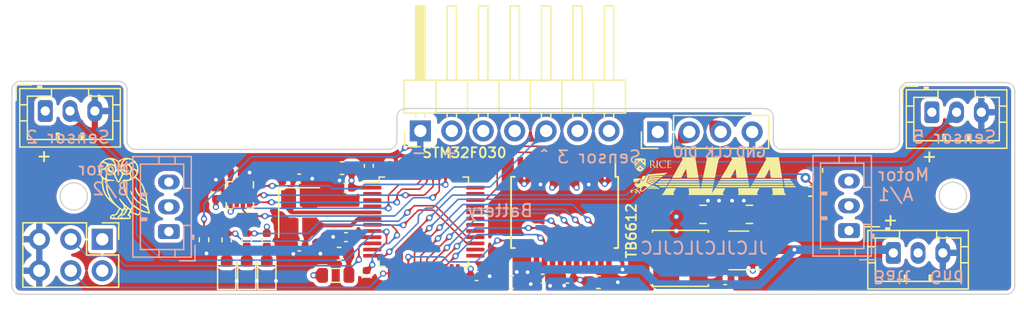
<source format=kicad_pcb>
(kicad_pcb (version 20221018) (generator pcbnew)
  (layers (0 "F.Cu" signal) (1 "In1.Cu" signal) (2 "In2.Cu" signal) (31 "B.Cu" signal) (34 "B.Paste" user) (35 "F.Paste" user) (36 "B.SilkS" user "B.Silkscreen") (37 "F.SilkS" user "F.Silkscreen") (38 "B.Mask" user) (39 "F.Mask" user) (44 "Edge.Cuts" user))
  (net 0 "")
  (net 1 "+3.3V")
  (net 2 "GND")
  (net 3 "Net-(U3-VDDA)")
  (net 4 "/Buck_SW")
  (net 5 "Net-(U1-BST)")
  (net 6 "+BATT")
  (net 7 "/NRST")
  (net 8 "/HSE_IN")
  (net 9 "/HSE_OUT")
  (net 10 "Net-(D1-A)")
  (net 11 "Net-(D2-A)")
  (net 12 "Net-(D3-A)")
  (net 13 "/Sensor1")
  (net 14 "/Sensor2")
  (net 15 "/Sensor3")
  (net 16 "/Sensor4")
  (net 17 "/Sensor5")
  (net 19 "/M1A")
  (net 20 "/M1B")
  (net 21 "/M2A")
  (net 22 "/M2B")
  (net 23 "/SWDIO")
  (net 24 "/SWCLK")
  (net 25 "Net-(U3-PA5)")
  (net 26 "Net-(U3-BOOT0)")
  (net 27 "Net-(U3-PB14)")
  (net 28 "Net-(U3-PB15)")
  (net 29 "/PWMB")
  (net 30 "/BIN2")
  (net 31 "/BIN1")
  (net 32 "/Standby")
  (net 33 "/AIN1")
  (net 34 "/AIN2")
  (net 35 "/PWMA")
  (net 49 "/SCK")
  (net 50 "/MISO")
  (net 51 "/MOSI")
  (net 52 "/Mag_CS")
  (net 53 "/Mag_Int")
  (net 56 "Net-(U5-C1)")
  (footprint "Capacitor_SMD:C_0402_1005Metric" (layer "F.Cu") (at 164.93 117.8325)
    (fp_text reference "C9")
    (fp_text value "100n")
  )
  (footprint "LOGO" (layer "F.Cu") (at 184.03 109.29)
    (fp_text reference "G***" hide)
    (fp_text value "LOGO" hide)
  )
  (footprint "Resistor_SMD:R_0402_1005Metric" (layer "F.Cu") (at 142.92 114.9 90)
    (fp_text reference "R3")
    (fp_text value "50k")
  )
  (footprint "Crystal:Crystal_SMD_3225-4Pin_3.2x2.5mm" (layer "F.Cu") (at 150.6 112.7 -90)
    (fp_text reference "Y1")
    (fp_text value "16MHz")
  )
  (footprint "Capacitor_SMD:C_0603_1608Metric" (layer "F.Cu") (at 154.07 109.1125 180)
    (fp_text reference "C19")
    (fp_text value "10u")
  )
  (footprint "Package_TO_SOT_SMD:TSOT-23-6" (layer "F.Cu") (at 186.1075 115.76 180)
    (fp_text reference "U1")
    (fp_text value "AP63203WU")
  )
  (footprint "Connector_JST:JST_PH_B3B-PH-K_1x03_P2.00mm_Vertical" (layer "F.Cu") (at 201.7 104.6)
    (fp_text reference "J5")
    (fp_text value "Sensor 5")
  )
  (footprint "Connector_PinHeader_2.54mm:PinHeader_1x07_P2.54mm_Horizontal" (layer "F.Cu") (at 160.39 106.11 90)
    (fp_text reference "J3" hide)
    (fp_text value "Sensor 3")
  )
  (footprint "Capacitor_SMD:C_0805_2012Metric" (layer "F.Cu") (at 183.2175 112.85)
    (fp_text reference "C12")
    (fp_text value "22u")
  )
  (footprint "Package_QFP:LQFP-48_7x7mm_P0.5mm" (layer "F.Cu") (at 160.67 113.4425)
    (fp_text reference "U3")
    (fp_text value "STM32F030C8Tx")
  )
  (footprint "Capacitor_SMD:C_0402_1005Metric" (layer "F.Cu") (at 150.61 115.44 180)
    (fp_text reference "C18")
    (fp_text value "10p")
  )
  (footprint "Package_SO:SSOP-24_5.3x8.2mm_P0.65mm" (layer "F.Cu") (at 172.0425 112.6925 -90)
    (fp_text reference "U2")
    (fp_text value "TB6612FNG")
  )
  (footprint "Capacitor_SMD:C_0402_1005Metric" (layer "F.Cu") (at 145.55 109.46)
    (fp_text reference "C14")
    (fp_text value "100n")
  )
  (footprint "Capacitor_SMD:C_0402_1005Metric" (layer "F.Cu") (at 143.88 111.09 90)
    (fp_text reference "C15")
    (fp_text value "100n")
  )
  (footprint "Capacitor_SMD:C_0805_2012Metric" (layer "F.Cu") (at 186.9675 112.85 180)
    (fp_text reference "C11")
    (fp_text value "10u")
  )
  (footprint "Capacitor_SMD:C_0402_1005Metric" (layer "F.Cu") (at 156.23 108.9225 90)
    (fp_text reference "C1")
    (fp_text value "100n")
  )
  (footprint "Capacitor_SMD:C_0603_1608Metric" (layer "F.Cu") (at 167.76 118.31 180)
    (fp_text reference "C8")
    (fp_text value "10u")
  )
  (footprint "Connector_PinHeader_2.54mm:PinHeader_1x04_P2.54mm_Vertical" (layer "F.Cu") (at 179.57 106.19 90)
    (fp_text reference "J8" hide)
    (fp_text value "Conn_01x04")
  )
  (footprint "Connector_JST:JST_PH_B3B-PH-K_1x03_P2.00mm_Vertical" (layer "F.Cu") (at 130.1 104.5)
    (fp_text reference "J2")
    (fp_text value "Sensor 2")
  )
  (footprint "Resistor_SMD:R_0402_1005Metric" (layer "F.Cu") (at 146.37 114.9 -90)
    (fp_text reference "R6")
    (fp_text value "1.5k")
  )
  (footprint "Capacitor_SMD:C_0402_1005Metric" (layer "F.Cu") (at 150.61 109.96)
    (fp_text reference "C17")
    (fp_text value "10p")
  )
  (footprint "Capacitor_SMD:C_0603_1608Metric" (layer "F.Cu") (at 153.8275 116.0275 180)
    (fp_text reference "C4")
    (fp_text value "10u")
  )
  (footprint "Capacitor_SMD:C_0402_1005Metric" (layer "F.Cu") (at 185.0075 118.16)
    (fp_text reference "C10")
    (fp_text value "100n")
  )
  (footprint "Capacitor_SMD:C_0402_1005Metric" (layer "F.Cu") (at 172.26 118.04 180)
    (fp_text reference "C5")
    (fp_text value "100n")
  )
  (footprint "LED_SMD:LED_0603_1608Metric" (layer "F.Cu") (at 144.75 117.43 90)
    (fp_text reference "D2")
    (fp_text value "White")
  )
  (footprint "Capacitor_SMD:C_0402_1005Metric" (layer "F.Cu") (at 154.3875 114.6875 180)
    (fp_text reference "C3")
    (fp_text value "100n")
  )
  (footprint "Inductor_SMD:L_0805_2012Metric" (layer "F.Cu") (at 153.5575 117.7775 180)
    (fp_text reference "FB1")
    (fp_text value "FerriteBead")
  )
  (footprint "LED_SMD:LED_0603_1608Metric" (layer "F.Cu") (at 146.37 117.4275 90)
    (fp_text reference "D3")
    (fp_text value "White")
  )
  (footprint "LED_SMD:LED_0603_1608Metric" (layer "F.Cu") (at 147.99 117.4275 90)
    (fp_text reference "D1")
    (fp_text value "Red")
  )
  (footprint "Connector_PinHeader_2.54mm:PinHeader_2x03_P2.54mm_Vertical" (layer "F.Cu") (at 134.7 114.86 -90)
    (fp_text reference "J1" hide)
    (fp_text value "Sensors 1/4")
  )
  (footprint "Resistor_SMD:R_0402_1005Metric" (layer "F.Cu") (at 147.99 114.91 -90)
    (fp_text reference "R4")
    (fp_text value "1.5k")
  )
  (footprint "Inductor_SMD:L_Sunlord_SWPA4030S" (layer "F.Cu") (at 181.3975 116.4 180)
    (fp_text reference "L1")
    (fp_text value "3.9u")
  )
  (footprint "Package_LGA:LGA-12_2x2mm_P0.5mm" (layer "F.Cu") (at 145.81 111.31 -90)
    (fp_text reference "U5" hide)
    (fp_text value "LIS3MDL")
  )
  (footprint "Capacitor_SMD:C_0402_1005Metric" (layer "F.Cu") (at 154.3475 110.6975 180)
    (fp_text reference "C2")
    (fp_text value "100n")
  )
  (footprint "Resistor_SMD:R_0402_1005Metric" (layer "F.Cu") (at 191.9 111)
    (fp_text reference "R1")
    (fp_text value "100k")
  )
  (footprint "Resistor_SMD:R_0402_1005Metric" (layer "F.Cu") (at 144.75 114.91 -90)
    (fp_text reference "R5")
    (fp_text value "1.5k")
  )
  (footprint "Resistor_SMD:R_0402_1005Metric" (layer "F.Cu") (at 192.5 109.3 90)
    (fp_text reference "R2")
    (fp_text value "50k")
  )
  (footprint "LOGO" (layer "F.Cu") (at 136.3 110.7)
    (fp_text reference "G***" hide)
    (fp_text value "LOGO" hide)
  )
  (footprint "Capacitor_SMD:C_0402_1005Metric" (layer "F.Cu") (at 170.27 118.04)
    (fp_text reference "C7")
    (fp_text value "100n")
  )
  (footprint "Connector_JST:JST_PH_B3B-PH-K_1x03_P2.00mm_Vertical" (layer "F.Cu") (at 198.59 115.96)
    (fp_text reference "J6")
    (fp_text value "Power")
  )
  (footprint "Capacitor_SMD:C_0603_1608Metric" (layer "F.Cu") (at 174.78 118.32)
    (fp_text reference "C6")
    (fp_text value "10u")
  )
  (footprint "Capacitor_SMD:C_0402_1005Metric" (layer "F.Cu") (at 156.05 117.87 -90)
    (fp_text reference "C16")
    (fp_text value "100n")
  )
  (footprint "Connector_JST:JST_PH_B3B-PH-K_1x03_P2.00mm_Vertical" (layer "B.Cu") (at 195.01 114.16 90)
    (fp_text reference "J10")
    (fp_text value "Motor 1")
  )
  (footprint "Connector_JST:JST_PH_B3B-PH-K_1x03_P2.00mm_Vertical" (layer "B.Cu") (at 140.08 114.24 90)
    (fp_text reference "J7")
    (fp_text value "Motor 2")
  )
  (gr_arc (start 158.5 106.898) (mid 158.294975 107.392975) (end 157.8 107.598) (stroke (width 0.1)) (layer "Edge.Cuts"))
  (gr_line (start 137.4 107.6) (end 157.8 107.598) (stroke (width 0.1)) (layer "Edge.Cuts"))
  (gr_line (start 189.6 107.598) (end 198.4 107.6) (stroke (width 0.1)) (layer "Edge.Cuts"))
  (gr_line (start 136.7 102.8) (end 136.7 106.9) (stroke (width 0.1)) (layer "Edge.Cuts"))
  (gr_arc (start 188.2 104.3) (mid 188.694975 104.505025) (end 188.9 105) (stroke (width 0.1)) (layer "Edge.Cuts"))
  (gr_line (start 188.9 105) (end 188.9 106.898) (stroke (width 0.1)) (layer "Edge.Cuts"))
  (gr_line (start 188.2 104.3) (end 159.2 104.3) (stroke (width 0.1)) (layer "Edge.Cuts"))
  (gr_arc (start 136 102.1) (mid 136.494975 102.305025) (end 136.7 102.8) (stroke (width 0.1)) (layer "Edge.Cuts"))
  (gr_line (start 199.8 102.2) (end 207.7 102.2) (stroke (width 0.1)) (layer "Edge.Cuts"))
  (gr_arc (start 189.6 107.598) (mid 189.105025 107.392975) (end 188.9 106.898) (stroke (width 0.1)) (layer "Edge.Cuts"))
  (gr_line (start 128.1 119.305025) (end 207.7 119.3) (stroke (width 0.1)) (layer "Edge.Cuts"))
  (gr_arc (start 128.1 119.305025) (mid 127.605025 119.1) (end 127.4 118.605025) (stroke (width 0.1)) (layer "Edge.Cuts"))
  (gr_arc (start 137.4 107.6) (mid 136.905025 107.394975) (end 136.7 106.9) (stroke (width 0.1)) (layer "Edge.Cuts"))
  (gr_arc (start 208.4 118.6) (mid 208.194975 119.094975) (end 207.7 119.3) (stroke (width 0.1)) (layer "Edge.Cuts"))
  (gr_arc (start 127.4 102.8) (mid 127.605025 102.305025) (end 128.1 102.1) (stroke (width 0.1)) (layer "Edge.Cuts"))
  (gr_line (start 158.5 106.898) (end 158.5 105) (stroke (width 0.1)) (layer "Edge.Cuts"))
  (gr_line (start 127.4 118.605025) (end 127.4 102.8) (stroke (width 0.1)) (layer "Edge.Cuts"))
  (gr_arc (start 199.105025 106.9) (mid 198.9 107.394975) (end 198.405025 107.6) (stroke (width 0.1)) (layer "Edge.Cuts"))
  (gr_arc (start 207.7 102.2) (mid 208.194975 102.405025) (end 208.4 102.9) (stroke (width 0.1)) (layer "Edge.Cuts"))
  (gr_arc (start 158.5 105) (mid 158.705025 104.505025) (end 159.2 104.3) (stroke (width 0.1)) (layer "Edge.Cuts"))
  (gr_arc (start 199.1 102.9) (mid 199.305025 102.405025) (end 199.8 102.2) (stroke (width 0.1)) (layer "Edge.Cuts"))
  (gr_circle (center 132.4 111.4) (end 133.5 111.4) (stroke (width 0.1)) (fill none) (layer "Edge.Cuts"))
  (gr_line (start 199.1 106.9) (end 199.1 102.9) (stroke (width 0.1)) (layer "Edge.Cuts"))
  (gr_line (start 208.4 102.9) (end 208.4 118.6) (stroke (width 0.1)) (layer "Edge.Cuts"))
  (gr_line (start 128.1 102.1) (end 136 102.1) (stroke (width 0.1)) (layer "Edge.Cuts"))
  (gr_circle (center 203.4 111.35) (end 204.5 111.35) (stroke (width 0.1)) (fill none) (layer "Edge.Cuts"))
  (gr_text "Sensor 3 ^" (at 178.3 108.8) (layer "B.SilkS") (effects (font (size 1 1)) (justify left bottom mirror)))
  (gr_text "CLK" (at 185.7 108.3) (layer "B.SilkS") (effects (font (size 0.8 0.8)) (justify left bottom mirror)))
  (gr_text "Motor\nA/1" (at 197.25 111.84) (layer "B.SilkS") (effects (font (size 1 1)) (justify right bottom mirror)))
  (gr_text "Sensor 5" (at 207 107.2) (layer "B.SilkS") (effects (font (size 1 1)) (justify left bottom mirror)))
  (gr_text "DIO" (at 182.9 108.3) (layer "B.SilkS") (effects (font (size 0.8 0.8)) (justify left bottom mirror)))
  (gr_text "Batt  Gnd" (at 196.84 117.3 180) (layer "B.SilkS") (effects (font (size 1 1)) (justify left bottom mirror)))
  (gr_text "Battery" (at 169.57 113.13) (layer "B.SilkS") (effects (font (size 1 1)) (justify left bottom mirror)))
  (gr_text "JLCJLCJLCJLC" (at 188.55 116.16) (layer "B.SilkS") (effects (font (size 1 1)) (justify left bottom mirror)))
  (gr_text "Motor\nB/2" (at 137 111.38) (layer "B.SilkS") (effects (font (size 1 1)) (justify left bottom mirror)))
  (gr_text "Sensor 2" (at 135.4 107.2) (layer "B.SilkS") (effects (font (size 1 1)) (justify left bottom mirror)))
  (gr_text "-" (at 161 107.4 180) (layer "B.SilkS") (effects (font (size 1 1)) (justify left bottom)))
  (gr_text "GND" (at 188.4 108.3) (layer "B.SilkS") (effects (font (size 0.8 0.8)) (justify left bottom mirror)))
  (gr_text "+" (at 163.5 107.4 180) (layer "B.SilkS") (effects (font (size 1 1)) (justify left bottom)))
  (gr_text "+" (at 130.72 107.67 180) (layer "F.SilkS") (effects (font (size 1 1)) (justify left bottom)))
  (gr_text "+" (at 135.4 116.9 180) (layer "F.SilkS") (effects (font (size 1 1)) (justify left bottom)))
  (gr_text "TB6612" (at 177.9 116.5 90) (layer "F.SilkS") (effects (font (size 0.8 0.8)) (justify left bottom)))
  (gr_text "+" (at 199.08 112.84 180) (layer "F.SilkS") (effects (font (size 1 1)) (justify left bottom)))
  (gr_text "+" (at 202.22 107.7 180) (layer "F.SilkS") (effects (font (size 1 1)) (justify left bottom)))
  (gr_text "STM32F030" (at 160.46 108.34) (layer "F.SilkS") (effects (font (size 0.8 0.8)) (justify left bottom)))
  (segment (start 154.845 109.1125) (end 154.845 110.1) (width 0.3) (layer "F.Cu") (net 1))
  (segment (start 154.845 110.1) (end 154.8275 110.1175) (width 0.3) (layer "F.Cu") (net 1))
  (segment (start 154.8325 110.6925) (end 154.8275 110.6975) (width 0.3) (layer "F.Cu") (net 1))
  (segment (start 173.0175 117.249657) (end 173.0175 116.2925) (width 0.3) (layer "F.Cu") (net 1))
  (segment (start 155.842843 109.4025) (end 156.23 109.4025) (width 0.3) (layer "F.Cu") (net 1))
  (segment (start 164.45 117.2525) (end 164.46 117.2425) (width 0.3) (layer "F.Cu") (net 1))
  (segment (start 155.528579 109.171079) (end 155.701422 109.343922) (width 0.3) (layer "F.Cu") (net 1))
  (segment (start 148 113.85) (end 148 114.39) (width 0.127) (layer "F.Cu") (net 1))
  (segment (start 148 114.39) (end 147.99 114.4) (width 0.127) (layer "F.Cu") (net 1))
  (segment (start 154.8275 110.6975) (end 154.8275 110.1175) (width 0.3) (layer "F.Cu") (net 1))
  (segment (start 145.0475 111.06) (end 145.0475 111.56) (width 0.3) (layer "F.Cu") (net 1))
  (segment (start 154.845 109.1125) (end 155.387157 109.1125) (width 0.3) (layer "F.Cu") (net 1))
  (segment (start 156.993921 109.338579) (end 156.988578 109.343922) (width 0.3) (layer "F.Cu") (net 1))
  (segment (start 151.7575 117.7675) (end 152.485 117.7675) (width 0.3) (layer "F.Cu") (net 1))
  (segment (start 173.47 118.32) (end 173.248578 118.098578) (width 0.3) (layer "F.Cu") (net 1))
  (segment (start 143.88 111.57) (end 143.88 112.26) (width 0.3) (layer "F.Cu") (net 1))
  (segment (start 173.47 118.32) (end 173.29 118.14) (width 0.3) (layer "F.Cu") (net 1))
  (segment (start 145.0475 111.56) (end 143.89 111.56) (width 0.3) (layer "F.Cu") (net 1))
  (segment (start 163.861079 117.663579) (end 163.971422 117.773922) (width 0.3) (layer "F.Cu") (net 1))
  (segment (start 164.45 117.8325) (end 164.45 117.2525) (width 0.3) (layer "F.Cu") (net 1))
  (segment (start 173.107157 118.04) (end 172.74 118.04) (width 0.3) (layer "F.Cu") (net 1))
  (segment (start 187.245 116.71) (end 187.245 117.3875) (width 0.127) (layer "F.Cu") (net 1))
  (segment (start 163.42 117.605) (end 163.719657 117.605) (width 0.3) (layer "F.Cu") (net 1))
  (segment (start 172.74 118.04) (end 172.74 117.692843) (width 0.3) (layer "F.Cu") (net 1))
  (segment (start 174.005 118.32) (end 173.47 118.32) (width 0.3) (layer "F.Cu") (net 1))
  (segment (start 143.89 111.56) (end 143.88 111.57) (width 0.3) (layer "F.Cu") (net 1))
  (segment (start 172.798579 117.551421) (end 172.958922 117.391078) (width 0.3) (layer "F.Cu") (net 1))
  (segment (start 164.112843 117.8325) (end 164.45 117.8325) (width 0.3) (layer "F.Cu") (net 1))
  (segment (start 187.245 117.3875) (end 187.2475 117.39) (width 0.127) (layer "F.Cu") (net 1))
  (segment (start 157.92 109.28) (end 157.135343 109.28) (width 0.3) (layer "F.Cu") (net 1))
  (segment (start 156.5075 110.6925) (end 154.8325 110.6925) (width 0.3) (layer "F.Cu") (net 1))
  (segment (start 156.847157 109.4025) (end 156.23 109.4025) (width 0.3) (layer "F.Cu") (net 1))
  (segment (start 152.485 117.7675) (end 152.495 117.7775) (width 0.3) (layer "F.Cu") (net 1))
  (via (at 154.8275 110.1175) (size 0.5) (drill 0.3) (layers "F.Cu" "B.Cu") (net 1))
  (via (at 164.46 117.2425) (size 0.5) (drill 0.3) (layers "F.Cu" "B.Cu") (net 1))
  (via (at 148 113.85) (size 0.5) (drill 0.3) (layers "F.Cu" "B.Cu") (net 1))
  (via (at 181.0675 113.04) (size 0.5) (drill 0.3) (layers "F.Cu" "B.Cu") (net 1))
  (via (at 151.7575 117.7675) (size 0.5) (drill 0.3) (layers "F.Cu" "B.Cu") (net 1))
  (via (at 187.2475 117.39) (size 0.5) (drill 0.3) (layers "F.Cu" "B.Cu") (net 1))
  (via (at 181.0675 114.19) (size 0.5) (drill 0.3) (layers "F.Cu" "B.Cu") (net 1))
  (via (at 143.88 112.26) (size 0.5) (drill 0.3) (layers "F.Cu" "B.Cu") (net 1))
  (via (at 173.29 118.14) (size 0.5) (drill 0.3) (layers "F.Cu" "B.Cu") (net 1))
  (arc (start 164.112843 117.8325) (mid 164.036307 117.817276) (end 163.971422 117.773922) (width 0.3) (layer "F.Cu") (net 1))
  (arc (start 163.719657 117.605) (mid 163.796194 117.620224) (end 163.861079 117.663579) (width 0.3) (layer "F.Cu") (net 1))
  (arc (start 172.798579 117.551421) (mid 172.755224 117.616306) (end 172.74 117.692843) (width 0.3) (layer "F.Cu") (net 1))
  (arc (start 172.958922 117.391078) (mid 173.002276 117.326193) (end 173.0175 117.249657) (width 0.3) (layer "F.Cu") (net 1))
  (arc (start 157.135343 109.28) (mid 157.058806 109.295224) (end 156.993921 109.338579) (width 0.3) (layer "F.Cu") (net 1))
  (arc (start 156.847157 109.4025) (mid 156.923693 109.387276) (end 156.988578 109.343922) (width 0.3) (layer "F.Cu") (net 1))
  (arc (start 155.842843 109.4025) (mid 155.766307 109.387276) (end 155.701422 109.343922) (width 0.3) (layer "F.Cu") (net 1))
  (arc (start 155.528579 109.171079) (mid 155.463694 109.127724) (end 155.387157 109.1125) (width 0.3) (layer "F.Cu") (net 1))
  (arc (start 173.107157 118.04) (mid 173.183693 118.055224) (end 173.248578 118.098578) (width 0.3) (layer "F.Cu") (net 1))
  (segment (start 176.33 118.32) (end 176.34 118.33) (width 0.3) (layer "F.Cu") (net 2))
  (segment (start 146.5725 111.06) (end 146.085 111.06) (width 0.3) (layer "F.Cu") (net 2))
  (segment (start 170.808579 118.558579) (end 170.87 118.62) (width 0.3) (layer "F.Cu") (net 2))
  (segment (start 171.72 116.295) (end 171.7175 116.2925) (width 0.3) (layer "F.Cu") (net 2))
  (segment (start 151.148579 110.488579) (end 151.391422 110.731422) (width 0.3) (layer "F.Cu") (net 2))
  (segment (start 150.13 115.44) (end 150.13 115.012843) (width 0.3) (layer "F.Cu") (net 2))
  (segment (start 158.157157 108.1825) (end 157.162843 108.1825) (width 0.3) (layer "F.Cu") (net 2))
  (segment (start 157.021421 108.241079) (end 156.878578 108.383922) (width 0.3) (layer "F.Cu") (net 2))
  (segment (start 169.7675 110.024657) (end 169.7675 109.0925) (width 0.3) (layer "F.Cu") (net 2))
  (segment (start 153.353579 108.558921) (end 153.731422 108.181078) (width 0.3) (layer "F.Cu") (net 2))
  (segment (start 146.03071 109.46071) (end 146.03 109.46) (width 0.3) (layer "F.Cu") (net 2))
  (segment (start 163.275343 118.7325) (end 164.937157 118.7325) (width 0.3) (layer "F.Cu") (net 2))
  (segment (start 162.92 117.605) (end 162.92 118.377157) (width 0.3) (layer "F.Cu") (net 2))
  (segment (start 173.9925 110.4425) (end 174.258922 110.176078) (width 0.3) (layer "F.Cu") (net 2))
  (segment (start 150.071421 114.871421) (end 149.808578 114.608578) (width 0.3) (layer "F.Cu") (net 2))
  (segment (start 171.838579 118.428579) (end 172.01 118.6) (width 0.3) (layer "F.Cu") (net 2))
  (segment (start 155.952843 108.4425) (end 156.23 108.4425) (width 0.3) (layer "F.Cu") (net 2))
  (segment (start 156.5075 114.1925) (end 154.280343 114.1925) (width 0.127) (layer "F.Cu") (net 2))
  (segment (start 149.75 114.467157) (end 149.75 113.8) (width 0.3) (layer "F.Cu") (net 2))
  (segment (start 151.66 109.96) (end 151.09 109.96) (width 0.3) (layer "F.Cu") (net 2))
  (segment (start 170.75 118.04) (end 170.75 118.417157) (width 0.3) (layer "F.Cu") (net 2))
  (segment (start 151.45 110.872843) (end 151.45 111.6) (width 0.3) (layer "F.Cu") (net 2))
  (segment (start 156.737157 108.4425) (end 156.23 108.4425) (width 0.3) (layer "F.Cu") (net 2))
  (segment (start 147.995 118.22) (end 147.99 118.215) (width 0.127) (layer "F.Cu") (net 2))
  (segment (start 147.175 118.215) (end 146.37 118.215) (width 0.127) (layer "F.Cu") (net 2))
  (segment (start 144.75 118.2175) (end 145.5575 118.2175) (width 0.127) (layer "F.Cu") (net 2))
  (segment (start 158.42 109.28) (end 158.42 108.445343) (width 0.3) (layer "F.Cu") (net 2))
  (segment (start 142.92 115.41) (end 142.92 115.717157) (width 0.127) (layer "F.Cu") (net 2))
  (segment (start 146.06 111.035) (end 146.06 110.5475) (width 0.3) (layer "F.Cu") (net 2))
  (segment (start 146.06 110.5475) (end 146.06 109.531421) (width 0.3) (layer "F.Cu") (net 2))
  (segment (start 146.085 111.06) (end 146.06 111.035) (width 0.3) (layer "F.Cu") (net 2))
  (segment (start 170.0925 110.4325) (end 169.826078 110.166078) (width 0.3) (layer "F.Cu") (net 2))
  (segment (start 175.555 118.32) (end 176.33 118.32) (width 0.3) (layer "F.Cu") (net 2))
  (segment (start 173.6675 109.0925) (end 173.6675 110.034657) (width 0.3) (layer "F.Cu") (net 2))
  (segment (start 147.99 118.215) (end 148.725 118.215) (width 0.127) (layer "F.Cu") (net 2))
  (segment (start 170.4175 109.0925) (end 170.4175 110.024657) (width 0.3) (layer "F.Cu") (net 2))
  (segment (start 146.03 109.46) (end 146.59 109.46) (width 0.3) (layer "F.Cu") (net 2))
  (segment (start 143.88 110.61) (end 143.88 110.05) (width 0.3) (layer "F.Cu") (net 2))
  (segment (start 165.98 117.8325) (end 165.99 117.8425) (width 0.3) (layer "F.Cu") (net 2))
  (segment (start 174.3175 110.034657) (end 174.3175 109.0925) (width 0.3) (layer "F.Cu") (net 2))
  (segment (start 145.5575 118.2175) (end 145.56 118.22) (width 0.127) (layer "F.Cu") (net 2))
  (segment (start 153.3475 114.6675) (end 153.3675 114.6875) (width 0.3) (layer "F.Cu") (net 2))
  (segment (start 142.978579 115.858579) (end 143.12 116) (width 0.127) (layer "F.Cu") (net 2))
  (segment (start 145.56 110.5475) (end 146.06 110.5475) (width 0.3) (layer "F.Cu") (net 2))
  (segment (start 158.361421 108.303921) (end 158.298578 108.241078) (width 0.3) (layer "F.Cu") (net 2))
  (segment (start 171.72 117.897157) (end 171.72 116.295) (width 0.3) (layer "F.Cu") (net 2))
  (segment (start 146.59 109.46) (end 146.6 109.47) (width 0.3) (layer "F.Cu") (net 2))
  (segment (start 153.872843 108.1225) (end 155.467157 108.1225) (width 0.3) (layer "F.Cu") (net 2))
  (segment (start 170.358921 110.166079) (end 170.0925 110.4325) (width 0.3) (layer "F.Cu") (net 2))
  (segment (start 147.18 118.21) (end 147.175 118.215) (width 0.127) (layer "F.Cu") (net 2))
  (segment (start 162.978579 118.518579) (end 163.133922 118.673922) (width 0.3) (layer "F.Cu") (net 2))
  (segment (start 165.41 118.259657) (end 165.41 117.8325) (width 0.3) (layer "F.Cu") (net 2))
  (segment (start 150.13 115.44) (end 150.13 116.04) (width 0.3) (layer "F.Cu") (net 2))
  (segment (start 151.09 109.96) (end 151.09 110.347157) (width 0.3) (layer "F.Cu") (net 2))
  (segment (start 153.3675 114.6875) (end 153.9075 114.6875) (width 0.3) (layer "F.Cu") (net 2))
  (segment (start 148.725 118.215) (end 148.73 118.22) (width 0.127) (layer "F.Cu") (net 2))
  (segment (start 171.78 118.04) (end 171.78 118.287157) (width 0.3) (layer "F.Cu") (net 2))
  (segment (start 165.41 117.8325) (end 165.98 117.8325) (width 0.3) (layer "F.Cu") (net 2))
  (segment (start 155.608579 108.181079) (end 155.811422 108.383922) (width 0.3) (layer "F.Cu") (net 2))
  (segment (start 153.295 109.1125) (end 153.295 108.700343) (width 0.3) (layer "F.Cu") (net 2))
  (segment (start 153.9075 114.565343) (end 153.9075 114.6875) (width 0.127) (layer "F.Cu") (net 2))
  (segment (start 171.78 118.04) (end 171.778578 118.038578) (width 0.3) (layer "F.Cu") (net 2))
  (segment (start 152.3275 116.0275) (end 153.0525 116.0275) (width 0.3) (layer "F.Cu") (net 2))
  (segment (start 165.078579 118.673921) (end 165.351422 118.401078) (width 0.3) (layer "F.Cu") (net 2))
  (segment (start 154.138921 114.251079) (end 153.966078 114.423922) (width 0.127) (layer "F.Cu") (net 2))
  (segment (start 173.726079 110.176079) (end 173.9925 110.4425) (width 0.3) (layer "F.Cu") (net 2))
  (segment (start 153.8675 110.6975) (end 153.8675 110.1075) (width 0.3) (layer "F.Cu") (net 2))
  (via (at 146.6 109.47) (size 0.5) (drill 0.3) (layers "F.Cu" "B.Cu") (net 2))
  (via (at 143.88 110.05) (size 0.5) (drill 0.3) (layers "F.Cu" "B.Cu") (net 2))
  (via (at 184.5175 111.74) (size 0.5) (drill 0.3) (layers "F.Cu" "B.Cu") (net 2))
  (via (at 148.73 118.22) (size 0.5) (drill 0.3) (layers "F.Cu" "B.Cu") (net 2))
  (via (at 170.0925 110.4325) (size 0.5) (drill 0.3) (layers "F.Cu" "B.Cu") (net 2))
  (via (at 143.12 116) (size 0.5) (drill 0.3) (layers "F.Cu" "B.Cu") (net 2))
  (via (at 152.3175 116.0175) (size 0.5) (drill 0.3) (layers "F.Cu" "B.Cu") (net 2))
  (via (at 176.34 118.33) (size 0.5) (drill 0.3) (layers "F.Cu" "B.Cu") (net 2))
  (via (at 165.99 117.8425) (size 0.5) (drill 0.3) (layers "F.Cu" "B.Cu") (net 2))
  (via (at 186.5175 111.74) (size 0.5) (drill 0.3) (layers "F.Cu" "B.Cu") (net 2))
  (via (at 172.01 118.6) (size 0.5) (drill 0.3) (layers "F.Cu" "B.Cu") (net 2))
  (via (at 185.5675 111.74) (size 0.5) (drill 0.3) (layers "F.Cu" "B.Cu") (net 2))
  (via (at 145.56 118.22) (size 0.5) (drill 0.3) (layers "F.Cu" "B.Cu") (net 2))
  (via (at 147.18 118.21) (size 0.5) (drill 0.3) (layers "F.Cu" "B.Cu") (net 2))
  (via (at 153.3475 114.6675) (size 0.5) (drill 0.3) (layers "F.Cu" "B.Cu") (net 2))
  (via (at 150.13 116.04) (size 0.5) (drill 0.3) (layers "F.Cu" "B.Cu") (net 2))
  (via (at 173.9925 110.4425) (size 0.5) (drill 0.3) (layers "F.Cu" "B.Cu") (net 2))
  (via (at 170.87 118.62) (size 0.5) (drill 0.3) (layers "F.Cu" "B.Cu") (net 2))
  (via (at 153.8675 110.1075) (size 0.5) (drill 0.3) (layers "F.Cu" "B.Cu") (net 2))
  (via (at 183.6175 111.74) (size 0.5) (drill 0.3) (layers "F.Cu" "B.Cu") (net 2))
  (via (at 151.66 109.96) (size 0.5) (drill 0.3) (layers "F.Cu" "B.Cu") (net 2))
  (arc (start 158.298578 108.241078) (mid 158.233693 108.197724) (end 158.157157 108.1825) (width 0.3) (layer "F.Cu") (net 2))
  (arc (start 149.75 114.467157) (mid 149.765224 114.543693) (end 149.808578 114.608578) (width 0.3) (layer "F.Cu") (net 2))
  (arc (start 173.6675 110.034657) (mid 173.682724 110.111194) (end 173.726079 110.176079) (width 0.3) (layer "F.Cu") (net 2))
  (arc (start 174.3175 110.034657) (mid 174.302276 110.111193) (end 174.258922 110.176078) (width 0.3) (layer "F.Cu") (net 2))
  (arc (start 170.75 118.417157) (mid 170.765224 118.493694) (end 170.808579 118.558579) (width 0.3) (layer "F.Cu") (net 2))
  (arc (start 154.138921 114.251079) (mid 154.203806 114.207724) (end 154.280343 114.1925) (width 0.127) (layer "F.Cu") (net 2))
  (arc (start 156.878578 108.383922) (mid 156.813693 108.427276) (end 156.737157 108.4425) (width 0.3) (layer "F.Cu") (net 2))
  (arc (start 157.162843 108.1825) (mid 157.086306 108.197724) (end 157.021421 108.241079) (width 0.3) (layer "F.Cu") (net 2))
  (arc (start 153.872843 108.1225) (mid 153.796307 108.137724) (end 153.731422 108.181078) (width 0.3) (layer "F.Cu") (net 2))
  (arc (start 155.811422 108.383922) (mid 155.876307 108.427276) (end 155.952843 108.4425) (width 0.3) (layer "F.Cu") (net 2))
  (arc (start 169.826078 110.166078) (mid 169.782724 110.101193) (end 169.7675 110.024657) (width 0.3) (layer "F.Cu") (net 2))
  (arc (start 146.03071 109.46071) (mid 146.052388 109.493152) (end 146.06 109.531421) (width 0.3) (layer "F.Cu") (net 2))
  (arc (start 158.42 108.445343) (mid 158.404776 108.368806) (end 158.361421 108.303921) (width 0.3) (layer "F.Cu") (net 2))
  (arc (start 151.09 110.347157) (mid 151.105224 110.423694) (end 151.148579 110.488579) (width 0.3) (layer "F.Cu") (net 2))
  (arc (start 171.778578 118.038578) (mid 171.735224 117.973693) (end 171.72 117.897157) (width 0.3) (layer "F.Cu") (net 2))
  (arc (start 165.41 118.259657) (mid 165.394776 118.336193) (end 165.351422 118.401078) (width 0.3) (layer "F.Cu") (net 2))
  (arc (start 163.133922 118.673922) (mid 163.198807 118.717276) (end 163.275343 118.7325) (width 0.3) (layer "F.Cu") (net 2))
  (arc (start 162.978579 118.518579) (mid 162.935224 118.453694) (end 162.92 118.377157) (width 0.3) (layer "F.Cu") (net 2))
  (arc (start 165.078579 118.673921) (mid 165.013694 118.717276) (end 164.937157 118.7325) (width 0.3) (layer "F.Cu") (net 2))
  (arc (start 150.071421 114.871421) (mid 150.114776 114.936306) (end 150.13 115.012843) (width 0.3) (layer "F.Cu") (net 2))
  (arc (start 153.295 108.700343) (mid 153.310224 108.623806) (end 153.353579 108.558921) (width 0.3) (layer "F.Cu") (net 2))
  (arc (start 151.391422 110.731422) (mid 151.434776 110.796307) (end 151.45 110.872843) (width 0.3) (layer "F.Cu") (net 2))
  (arc (start 153.9075 114.565343) (mid 153.922724 114.488807) (end 153.966078 114.423922) (width 0.127) (layer "F.Cu") (net 2))
  (arc (start 170.358921 110.166079) (mid 170.402276 110.101194) (end 170.4175 110.024657) (width 0.3) (layer "F.Cu") (net 2))
  (arc (start 155.608579 108.181079) (mid 155.543694 108.137724) (end 155.467157 108.1225) (width 0.3) (layer "F.Cu") (net 2))
  (arc (start 142.92 115.717157) (mid 142.935224 115.793694) (end 142.978579 115.858579) (width 0.127) (layer "F.Cu") (net 2))
  (arc (start 171.78 118.287157) (mid 171.795224 118.363694) (end 171.838579 118.428579) (width 0.3) (layer "F.Cu") (net 2))
  (segment (start 154.6025 115.480343) (end 154.6025 116.0275) (width 0.3) (layer "F.Cu") (net 3))
  (segment (start 154.6025 117.76) (end 154.62 117.7775) (width 0.3) (layer "F.Cu") (net 3))
  (segment (start 154.8725 114.6925) (end 154.8675 114.6875) (width 0.3) (layer "F.Cu") (net 3))
  (segment (start 154.88 114.7) (end 154.88 115.037157) (width 0.3) (layer "F.Cu") (net 3))
  (segment (start 156.5075 114.6925) (end 154.8725 114.6925) (width 0.3) (layer "F.Cu") (net 3))
  (segment (start 154.6025 116.0275) (end 154.6025 117.76) (width 0.3) (layer "F.Cu") (net 3))
  (segment (start 154.821421 115.178579) (end 154.661078 115.338922) (width 0.3) (layer "F.Cu") (net 3))
  (segment (start 154.8675 114.6875) (end 154.88 114.7) (width 0.3) (layer "F.Cu") (net 3))
  (arc (start 154.88 115.037157) (mid 154.864776 115.113694) (end 154.821421 115.178579) (width 0.3) (layer "F.Cu") (net 3))
  (arc (start 154.6025 115.480343) (mid 154.617724 115.403807) (end 154.661078 115.338922) (width 0.3) (layer "F.Cu") (net 3))
  (segment (start 184.5275 118.16) (end 183.600343 118.16) (width 0.25) (layer "F.Cu") (net 4))
  (segment (start 183.458921 118.101421) (end 182.956078 117.598578) (width 0.25) (layer "F.Cu") (net 4))
  (segment (start 182.8975 117.457157) (end 182.8975 116.4) (width 0.25) (layer "F.Cu") (net 4))
  (arc (start 183.458921 118.101421) (mid 183.523806 118.144776) (end 183.600343 118.16) (width 0.25) (layer "F.Cu") (net 4))
  (arc (start 182.8975 117.457157) (mid 182.912724 117.533693) (end 182.956078 117.598578) (width 0.25) (layer "F.Cu") (net 4))
  (segment (start 185.4875 118.16) (end 185.4875 117.782843) (width 0.25) (layer "F.Cu") (net 5))
  (segment (start 185.428921 117.641421) (end 185.028578 117.241078) (width 0.25) (layer "F.Cu") (net 5))
  (segment (start 184.97 117.099657) (end 184.97 116.71) (width 0.25) (layer "F.Cu") (net 5))
  (arc (start 184.97 117.099657) (mid 184.985224 117.176193) (end 185.028578 117.241078) (width 0.25) (layer "F.Cu") (net 5))
  (arc (start 185.4875 117.782843) (mid 185.472276 117.706306) (end 185.428921 117.641421) (width 0.25) (layer "F.Cu") (net 5))
  (segment (start 187.9175 112.85) (end 187.9 112.8675) (width 0.7) (layer "F.Cu") (net 6))
  (segment (start 168.4675 116.2925) (end 169.1175 116.2925) (width 0.3) (layer "F.Cu") (net 6))
  (segment (start 188.882843 115.7) (end 190.6 115.7) (width 0.7) (layer "F.Cu") (net 6))
  (segment (start 176.72 117.3) (end 176.72 116.802843) (width 0.3) (layer "F.Cu") (net 6))
  (segment (start 190.558579 111.8) (end 189.008921 111.8) (width 0.127) (layer "F.Cu") (net 6))
  (segment (start 168.4725 116.2975) (end 168.4675 116.2925) (width 0.3) (layer "F.Cu") (net 6))
  (segment (start 191.39 111.01) (end 190.629289 111.770711) (width 0.127) (layer "F.Cu") (net 6))
  (segment (start 176.661421 116.661421) (end 176.351078 116.351078) (width 0.3) (layer "F.Cu") (net 6))
  (segment (start 187.958579 114.858579) (end 188.741422 115.641422) (width 0.7) (layer "F.Cu") (net 6))
  (segment (start 191.39 111) (end 191.39 111.01) (width 0.127) (layer "F.Cu") (net 6))
  (segment (start 187.9 112.8675) (end 187.9 114.717157) (width 0.7) (layer "F.Cu") (net 6))
  (segment (start 176.209657 116.2925) (end 175.6175 116.2925) (width 0.3) (layer "F.Cu") (net 6))
  (segment (start 188.93821 111.82929) (end 187.9175 112.85) (width 0.127) (layer "F.Cu") (net 6))
  (via (at 168.18 117.5) (size 0.5) (drill 0.3) (layers "F.Cu" "B.Cu") (net 6))
  (via (at 176.72 117.3) (size 0.5) (drill 0.3) (layers "F.Cu" "B.Cu") (net 6))
  (via (at 190.6 115.7) (size 0.5) (drill 0.3) (layers "F.Cu" "B.Cu") (net 6))
  (via (at 169.05 117.52) (size 0.5) (drill 0.3) (layers "F.Cu" "B.Cu") (net 6))
  (via (at 169.31 118.48) (size 0.5) (drill 0.3) (layers "F.Cu" "B.Cu") (net 6))
  (arc (start 190.629289 111.770711) (mid 190.596847 111.792388) (end 190.558579 111.8) (width 0.127) (layer "F.Cu") (net 6))
  (arc (start 188.93821 111.82929) (mid 188.970652 111.807612) (end 189.008921 111.8) (width 0.127) (layer "F.Cu") (net 6))
  (arc (start 176.351078 116.351078) (mid 176.286193 116.307724) (end 176.209657 116.2925) (width 0.3) (layer "F.Cu") (net 6))
  (arc (start 176.661421 116.661421) (mid 176.704776 116.726306) (end 176.72 116.802843) (width 0.3) (layer "F.Cu") (net 6))
  (arc (start 188.741422 115.641422) (mid 188.806307 115.684776) (end 188.882843 115.7) (width 0.7) (layer "F.Cu") (net 6))
  (arc (start 187.958579 114.858579) (mid 187.915224 114.793694) (end 187.9 114.717157) (width 0.7) (layer "F.Cu") (net 6))
  (segment (start 176.72 117.3) (end 170.572843 117.3) (width 0.7) (layer "B.Cu") (net 6))
  (segment (start 170.431421 117.358579) (end 169.31 118.48) (width 0.7) (layer "B.Cu") (net 6))
  (segment (start 176.72 117.3) (end 178.197157 117.3) (width 0.7) (layer "B.Cu") (net 6))
  (segment (start 187.838579 118.461421) (end 190.6 115.7) (width 0.7) (layer "B.Cu") (net 6))
  (segment (start 179.582843 118.52) (end 187.697157 118.52) (width 0.7) (layer "B.Cu") (net 6))
  (segment (start 178.338579 117.358579) (end 179.441422 118.461422) (width 0.7) (layer "B.Cu") (net 6))
  (segment (start 198.35929 115.72929) (end 198.59 115.96) (width 0.7) (layer "B.Cu") (net 6))
  (segment (start 190.6 115.7) (end 198.288579 115.7) (width 0.7) (layer "B.Cu") (net 6))
  (arc (start 179.582843 118.52) (mid 179.506307 118.504776) (end 179.441422 118.461422) (width 0.7) (layer "B.Cu") (net 6))
  (arc (start 198.288579 115.7) (mid 198.326848 115.707612) (end 198.35929 115.72929) (width 0.7) (layer "B.Cu") (net 6))
  (arc (start 187.838579 118.461421) (mid 187.773694 118.504776) (end 187.697157 118.52) (width 0.7) (layer "B.Cu") (net 6))
  (arc (start 178.197157 117.3) (mid 178.273694 117.315224) (end 178.338579 117.358579) (width 0.7) (layer "B.Cu") (net 6))
  (arc (start 170.572843 117.3) (mid 170.496306 117.315224) (end 170.431421 117.358579) (width 0.7) (layer "B.Cu") (net 6))
  (segment (start 158.451421 114.121421) (end 158.081078 113.751078) (width 0.127) (layer "F.Cu") (net 7))
  (segment (start 158.51 114.54) (end 158.51 114.262843) (width 0.127) (layer "F.Cu") (net 7))
  (segment (start 156.51 116.93) (end 156.05 117.39) (width 0.127) (layer "F.Cu") (net 7))
  (segment (start 157.939657 113.6925) (end 156.5075 113.6925) (width 0.127) (layer "F.Cu") (net 7))
  (via (at 158.51 114.54) (size 0.5) (drill 0.3) (layers "F.Cu" "B.Cu") (net 7))
  (via (at 156.51 116.93) (size 0.5) (drill 0.3) (layers "F.Cu" "B.Cu") (net 7))
  (arc (start 158.51 114.262843) (mid 158.494776 114.186306) (end 158.451421 114.121421) (width 0.127) (layer "F.Cu") (net 7))
  (arc (start 157.939657 113.6925) (mid 158.016193 113.707724) (end 158.081078 113.751078) (width 0.127) (layer "F.Cu") (net 7))
  (segment (start 156.51 116.282843) (end 156.51 116.93) (width 0.127) (layer "B.Cu") (net 7))
  (segment (start 158.51 114.54) (end 157.898578 115.151422) (width 0.127) (layer "B.Cu") (net 7))
  (segment (start 157.441421 115.268579) (end 156.568578 116.141422) (width 0.127) (layer "B.Cu") (net 7))
  (segment (start 157.757157 115.21) (end 157.582843 115.21) (width 0.127) (layer "B.Cu") (net 7))
  (arc (start 157.757157 115.21) (mid 157.833693 115.194776) (end 157.898578 115.151422) (width 0.127) (layer "B.Cu") (net 7))
  (arc (start 156.51 116.282843) (mid 156.525224 116.206307) (end 156.568578 116.141422) (width 0.127) (layer "B.Cu") (net 7))
  (arc (start 157.441421 115.268579) (mid 157.506306 115.225224) (end 157.582843 115.21) (width 0.127) (layer "B.Cu") (net 7))
  (segment (start 156.505 112.69) (end 156.5075 112.6925) (width 0.3) (layer "F.Cu") (net 8))
  (segment (start 150.042843 112.69) (end 156.505 112.69) (width 0.3) (layer "F.Cu") (net 8))
  (segment (start 150.071421 110.468579) (end 149.808578 110.731422) (width 0.3) (layer "F.Cu") (net 8))
  (segment (start 149.75 110.872843) (end 149.75 111.6) (width 0.3) (layer "F.Cu") (net 8))
  (segment (start 149.75 111.6) (end 149.75 112.397157) (width 0.3) (layer "F.Cu") (net 8))
  (segment (start 149.808579 112.538579) (end 149.901422 112.631422) (width 0.3) (layer "F.Cu") (net 8))
  (segment (start 150.13 109.96) (end 150.13 110.327157) (width 0.3) (layer "F.Cu") (net 8))
  (arc (start 150.042843 112.69) (mid 149.966307 112.674776) (end 149.901422 112.631422) (width 0.3) (layer "F.Cu") (net 8))
  (arc (start 149.75 112.397157) (mid 149.765224 112.473694) (end 149.808579 112.538579) (width 0.3) (layer "F.Cu") (net 8))
  (arc (start 150.071421 110.468579) (mid 150.114776 110.403694) (end 150.13 110.327157) (width 0.3) (layer "F.Cu") (net 8))
  (arc (start 149.808578 110.731422) (mid 149.765224 110.796307) (end 149.75 110.872843) (width 0.3) (layer "F.Cu") (net 8))
  (segment (start 154.747157 113.74) (end 151.45 113.74) (width 0.3) (layer "F.Cu") (net 9))
  (segment (start 151.09 115.44) (end 151.09 115.042843) (width 0.3) (layer "F.Cu") (net 9))
  (segment (start 151.45 114.517157) (end 151.45 113.8) (width 0.3) (layer "F.Cu") (net 9))
  (segment (start 154.93 113.64) (end 154.888578 113.681422) (width 0.3) (layer "F.Cu") (net 9))
  (segment (start 155.318921 113.251079) (end 154.93 113.64) (width 0.3) (layer "F.Cu") (net 9))
  (segment (start 156.5075 113.1925) (end 155.460343 113.1925) (width 0.3) (layer "F.Cu") (net 9))
  (segment (start 151.148579 114.901421) (end 151.391422 114.658578) (width 0.3) (layer "F.Cu") (net 9))
  (arc (start 155.318921 113.251079) (mid 155.383806 113.207724) (end 155.460343 113.1925) (width 0.3) (layer "F.Cu") (net 9))
  (arc (start 154.747157 113.74) (mid 154.823693 113.724776) (end 154.888578 113.681422) (width 0.3) (layer "F.Cu") (net 9))
  (arc (start 151.45 114.517157) (mid 151.434776 114.593693) (end 151.391422 114.658578) (width 0.3) (layer "F.Cu") (net 9))
  (arc (start 151.09 115.042843) (mid 151.105224 114.966306) (end 151.148579 114.901421) (width 0.3) (layer "F.Cu") (net 9))
  (segment (start 147.99 116.64) (end 147.99 115.42) (width 0.127) (layer "F.Cu") (net 10))
  (segment (start 144.75 115.42) (end 144.75 116.6425) (width 0.127) (layer "F.Cu") (net 11))
  (segment (start 146.37 115.41) (end 146.37 116.64) (width 0.127) (layer "F.Cu") (net 12))
  (segment (start 155.770343 115.1925) (end 156.5075 115.1925) (width 0.127) (layer "F.Cu") (net 13))
  (segment (start 155.43 116.51) (end 155.43 115.532843) (width 0.127) (layer "F.Cu") (net 13))
  (segment (start 155.488579 115.391421) (end 155.628922 115.251078) (width 0.127) (layer "F.Cu") (net 13))
  (via (at 155.43 116.51) (size 0.5) (drill 0.3) (layers "F.Cu" "B.Cu") (net 13))
  (arc (start 155.43 115.532843) (mid 155.445224 115.456306) (end 155.488579 115.391421) (width 0.127) (layer "F.Cu") (net 13))
  (arc (start 155.770343 115.1925) (mid 155.693807 115.207724) (end 155.628922 115.251078) (width 0.127) (layer "F.Cu") (net 13))
  (segment (start 136.504016 116.97071) (end 135.762595 116.229289) (width 0.127) (layer "B.Cu") (net 13))
  (segment (start 154.898579 117) (end 136.574727 117) (width 0.127) (layer "B.Cu") (net 13))
  (segment (start 132.16 114.86) (end 133.47071 116.17071) (width 0.127) (layer "B.Cu") (net 13))
  (segment (start 155.43 116.51) (end 154.969289 116.970711) (width 0.127) (layer "B.Cu") (net 13))
  (segment (start 135.691885 116.2) (end 133.541421 116.2) (width 0.127) (layer "B.Cu") (net 13))
  (arc (start 133.541421 116.2) (mid 133.503152 116.192388) (end 133.47071 116.17071) (width 0.127) (layer "B.Cu") (net 13))
  (arc (start 135.691885 116.2) (mid 135.730153 116.207612) (end 135.762595 116.229289) (width 0.127) (layer "B.Cu") (net 13))
  (arc (start 136.574727 117) (mid 136.536458 116.992388) (end 136.504016 116.97071) (width 0.127) (layer "B.Cu") (net 13))
  (arc (start 154.969289 116.970711) (mid 154.936847 116.992388) (end 154.898579 117) (width 0.127) (layer "B.Cu") (net 13))
  (segment (start 157.66 114.25) (end 157.66 115.031947) (width 0.127) (layer "F.Cu") (net 14))
  (segment (start 156.999447 115.6925) (end 156.5075 115.6925) (width 0.127) (layer "F.Cu") (net 14))
  (segment (start 157.601421 115.173369) (end 157.140868 115.633922) (width 0.127) (layer "F.Cu") (net 14))
  (via (at 157.66 114.25) (size 0.5) (drill 0.3) (layers "F.Cu" "B.Cu") (net 14))
  (arc (start 156.999447 115.6925) (mid 157.075983 115.677276) (end 157.140868 115.633922) (width 0.127) (layer "F.Cu") (net 14))
  (arc (start 157.66 115.031947) (mid 157.644776 115.108484) (end 157.601421 115.173369) (width 0.127) (layer "F.Cu") (net 14))
  (segment (start 139.464421 116.494421) (end 137.518578 114.548578) (width 0.127) (layer "B.Cu") (net 14))
  (segment (start 137.46 114.407157) (end 137.46 109.942843) (width 0.127) (layer "B.Cu") (net 14))
  (segment (start 154.324157 116.553) (end 139.605843 116.553) (width 0.127) (layer "B.Cu") (net 14))
  (segment (start 156.651421 114.308579) (end 154.465578 116.494422) (width 0.127) (layer "B.Cu") (net 14))
  (segment (start 137.401421 109.801421) (end 132.1 104.5) (width 0.127) (layer "B.Cu") (net 14))
  (segment (start 157.66 114.25) (end 156.792843 114.25) (width 0.127) (layer "B.Cu") (net 14))
  (arc (start 154.324157 116.553) (mid 154.400693 116.537776) (end 154.465578 116.494422) (width 0.127) (layer "B.Cu") (net 14))
  (arc (start 156.792843 114.25) (mid 156.716306 114.265224) (end 156.651421 114.308579) (width 0.127) (layer "B.Cu") (net 14))
  (arc (start 137.401421 109.801421) (mid 137.444776 109.866306) (end 137.46 109.942843) (width 0.127) (layer "B.Cu") (net 14))
  (arc (start 139.464421 116.494421) (mid 139.529306 116.537776) (end 139.605843 116.553) (width 0.127) (layer "B.Cu") (net 14))
  (arc (start 137.518578 114.548578) (mid 137.475224 114.483693) (end 137.46 114.407157) (width 0.127) (layer "B.Cu") (net 14))
  (segment (start 157.58 116.17) (end 157.5575 116.1925) (width 0.127) (layer "F.Cu") (net 15))
  (segment (start 157.5575 116.1925) (end 156.5075 116.1925) (width 0.127) (layer "F.Cu") (net 15))
  (segment (start 157.58 116.17) (end 157.88 115.87) (width 0.127) (layer "F.Cu") (net 15))
  (via (at 157.88 115.87) (size 0.5) (drill 0.3) (layers "F.Cu" "B.Cu") (net 15))
  (segment (start 161.448579 112.281421) (end 163.031422 110.698578) (width 0.127) (layer "B.Cu") (net 15))
  (segment (start 160.288579 112.881421) (end 160.771422 112.398578) (width 0.127) (layer "B.Cu") (net 15))
  (segment (start 163.172843 110.64) (end 165.937157 110.64) (width 0.127) (layer "B.Cu") (net 15))
  (segment (start 166.078579 110.581421) (end 170.55 106.11) (width 0.127) (layer "B.Cu") (net 15))
  (segment (start 160.912843 112.34) (end 161.307157 112.34) (width 0.127) (layer "B.Cu") (net 15))
  (segment (start 160.23 113.437157) (end 160.23 113.022843) (width 0.127) (layer "B.Cu") (net 15))
  (segment (start 157.88 115.87) (end 160.171422 113.578578) (width 0.127) (layer "B.Cu") (net 15))
  (arc (start 163.031422 110.698578) (mid 163.096307 110.655224) (end 163.172843 110.64) (width 0.127) (layer "B.Cu") (net 15))
  (arc (start 161.448579 112.281421) (mid 161.383694 112.324776) (end 161.307157 112.34) (width 0.127) (layer "B.Cu") (net 15))
  (arc (start 160.23 113.022843) (mid 160.245224 112.946306) (end 160.288579 112.881421) (width 0.127) (layer "B.Cu") (net 15))
  (arc (start 160.171422 113.578578) (mid 160.214776 113.513693) (end 160.23 113.437157) (width 0.127) (layer "B.Cu") (net 15))
  (arc (start 165.937157 110.64) (mid 166.013694 110.624776) (end 166.078579 110.581421) (width 0.127) (layer "B.Cu") (net 15))
  (arc (start 160.912843 112.34) (mid 160.836307 112.355224) (end 160.771422 112.398578) (width 0.127) (layer "B.Cu") (net 15))
  (segment (start 157.92 117.605) (end 157.415 117.605) (width 0.127) (layer "F.Cu") (net 16))
  (segment (start 157.415 117.605) (end 157.39 117.63) (width 0.127) (layer "F.Cu") (net 16))
  (via (at 157.39 117.63) (size 0.5) (drill 0.3) (layers "F.Cu" "B.Cu") (net 16))
  (segment (start 156.228579 118.75) (end 133.551421 118.75) (width 0.127) (layer "B.Cu") (net 16))
  (segment (start 157.39 117.63) (end 156.299289 118.720711) (width 0.127) (layer "B.Cu") (net 16))
  (segment (start 133.48071 118.72071) (end 132.16 117.4) (width 0.127) (layer "B.Cu") (net 16))
  (arc (start 133.48071 118.72071) (mid 133.513152 118.742388) (end 133.551421 118.75) (width 0.127) (layer "B.Cu") (net 16))
  (arc (start 156.228579 118.75) (mid 156.266847 118.742388) (end 156.299289 118.720711) (width 0.127) (layer "B.Cu") (net 16))
  (segment (start 161.12 113.13) (end 161.11 113.13) (width 0.127) (layer "F.Cu") (net 17))
  (segment (start 161.11 113.13) (end 158.478578 115.761422) (width 0.127) (layer "F.Cu") (net 17))
  (segment (start 158.42 115.902843) (end 158.42 117.605) (width 0.127) (layer "F.Cu") (net 17))
  (via (at 161.12 113.13) (size 0.5) (drill 0.3) (layers "F.Cu" "B.Cu") (net 17))
  (arc (start 158.478578 115.761422) (mid 158.435224 115.826307) (end 158.42 115.902843) (width 0.127) (layer "F.Cu") (net 17))
  (segment (start 161.13 113.13) (end 162.911422 111.348578) (width 0.127) (layer "B.Cu") (net 17))
  (segment (start 177.088579 111.231421) (end 179.651422 108.668578) (width 0.127) (layer "B.Cu") (net 17))
  (segment (start 199.748579 108.551421) (end 203.7 104.6) (width 0.127) (layer "B.Cu") (net 17))
  (segment (start 161.12 113.13) (end 161.13 113.13) (width 0.127) (layer "B.Cu") (net 17))
  (segment (start 179.792843 108.61) (end 199.607157 108.61) (width 0.127) (layer "B.Cu") (net 17))
  (segment (start 163.052843 111.29) (end 176.947157 111.29) (width 0.127) (layer "B.Cu") (net 17))
  (arc (start 162.911422 111.348578) (mid 162.976307 111.305224) (end 163.052843 111.29) (width 0.127) (layer "B.Cu") (net 17))
  (arc (start 179.792843 108.61) (mid 179.716307 108.625224) (end 179.651422 108.668578) (width 0.127) (layer "B.Cu") (net 17))
  (arc (start 177.088579 111.231421) (mid 177.023694 111.274776) (end 176.947157 111.29) (width 0.127) (layer "B.Cu") (net 17))
  (arc (start 199.607157 108.61) (mid 199.683694 108.594776) (end 199.748579 108.551421) (width 0.127) (layer "B.Cu") (net 17))
  (segment (start 174.9675 109.0925) (end 174.9675 109.984657) (width 0.45) (layer "F.Cu") (net 19))
  (segment (start 175.6175 109.0925) (end 175.6175 109.964657) (width 0.45) (layer "F.Cu") (net 19))
  (segment (start 175.026079 110.126079) (end 175.2825 110.3825) (width 0.45) (layer "F.Cu") (net 19))
  (segment (start 175.558921 110.106079) (end 175.2825 110.3825) (width 0.45) (layer "F.Cu") (net 19))
  (via (at 175.2825 110.3825) (size 0.5) (drill 0.3) (layers "F.Cu" "B.Cu") (net 19))
  (arc (start 175.6175 109.964657) (mid 175.602276 110.041194) (end 175.558921 110.106079) (width 0.45) (layer "F.Cu") (net 19))
  (arc (start 174.9675 109.984657) (mid 174.982724 110.061194) (end 175.026079 110.126079) (width 0.45) (layer "F.Cu") (net 19))
  (segment (start 173.01 110.69) (end 172.426078 110.106078) (width 0.45) (layer "F.Cu") (net 20))
  (segment (start 173.01 110.69) (end 173.0175 110.6825) (width 0.45) (layer "F.Cu") (net 20))
  (segment (start 173.0175 110.6825) (end 173.0175 109.0925) (width 0.45) (layer "F.Cu") (net 20))
  (segment (start 172.3675 109.964657) (end 172.3675 109.0925) (width 0.45) (layer "F.Cu") (net 20))
  (via (at 173.01 110.69) (size 0.5) (drill 0.3) (layers "F.Cu" "B.Cu") (net 20))
  (arc (start 172.426078 110.106078) (mid 172.382724 110.041193) (end 172.3675 109.964657) (width 0.45) (layer "F.Cu") (net 20))
  (segment (start 169.1175 109.0925) (end 169.1175 109.974657) (width 0.45) (layer "F.Cu") (net 21))
  (segment (start 169.058921 110.116079) (end 168.7825 110.3925) (width 0.45) (layer "F.Cu") (net 21))
  (segment (start 168.526079 110.136079) (end 168.7825 110.3925) (width 0.45) (layer "F.Cu") (net 21))
  (segment (start 168.4675 109.0925) (end 168.4675 109.994657) (width 0.45) (layer "F.Cu") (net 21))
  (via (at 168.7825 110.3925) (size 0.5) (drill 0.3) (layers "F.Cu" "B.Cu") (net 21))
  (arc (start 169.1175 109.974657) (mid 169.102276 110.051194) (end 169.058921 110.116079) (width 0.45) (layer "F.Cu") (net 21))
  (arc (start 168.526079 110.136079) (mid 168.482724 110.071194) (end 168.4675 109.994657) (width 0.45) (layer "F.Cu") (net 21))
  (segment (start 171.04 110.69) (end 171.658922 110.071078) (width 0.45) (layer "F.Cu") (net 22))
  (segment (start 171.0675 110.6625) (end 171.0675 109.0925) (width 0.45) (layer "F.Cu") (net 22))
  (segment (start 171.7175 109.929657) (end 171.7175 109.0925) (width 0.45) (layer "F.Cu") (net 22))
  (segment (start 171.04 110.69) (end 171.0675 110.6625) (width 0.45) (layer "F.Cu") (net 22))
  (via (at 171.04 110.69) (size 0.5) (drill 0.3) (layers "F.Cu" "B.Cu") (net 22))
  (arc (start 171.658922 110.071078) (mid 171.702276 110.006193) (end 171.7175 109.929657) (width 0.45) (layer "F.Cu") (net 22))
  (segment (start 165.678709 111.633921) (end 166.541422 110.771208) (width 0.127) (layer "F.Cu") (net 23))
  (segment (start 166.6 110.629787) (end 166.6 108.582843) (width 0.127) (layer "F.Cu") (net 23))
  (segment (start 164.8325 111.6925) (end 165.537287 111.6925) (width 0.127) (layer "F.Cu") (net 23))
  (segment (start 180.518579 107.781421) (end 182.11 106.19) (width 0.127) (layer "F.Cu") (net 23))
  (segment (start 167.342843 107.84) (end 180.377157 107.84) (width 0.127) (layer "F.Cu") (net 23))
  (segment (start 166.658579 108.441421) (end 167.201422 107.898578) (width 0.127) (layer "F.Cu") (net 23))
  (arc (start 166.541422 110.771208) (mid 166.584776 110.706323) (end 166.6 110.629787) (width 0.127) (layer "F.Cu") (net 23))
  (arc (start 167.342843 107.84) (mid 167.266307 107.855224) (end 167.201422 107.898578) (width 0.127) (layer "F.Cu") (net 23))
  (arc (start 165.678709 111.633921) (mid 165.613824 111.677276) (end 165.537287 111.6925) (width 0.127) (layer "F.Cu") (net 23))
  (arc (start 180.518579 107.781421) (mid 180.453694 107.824776) (end 180.377157 107.84) (width 0.127) (layer "F.Cu") (net 23))
  (arc (start 166.6 108.582843) (mid 166.615224 108.506306) (end 166.658579 108.441421) (width 0.127) (layer "F.Cu") (net 23))
  (segment (start 176.208579 107.291421) (end 178.511422 104.988578) (width 0.127) (layer "F.Cu") (net 24))
  (segment (start 183.448579 104.988579) (end 184.65 106.19) (width 0.127) (layer "F.Cu") (net 24))
  (segment (start 178.652843 104.93) (end 183.307157 104.93) (width 0.127) (layer "F.Cu") (net 24))
  (segment (start 165.198579 109.221421) (end 167.011422 107.408578) (width 0.127) (layer "F.Cu") (net 24))
  (segment (start 167.152843 107.35) (end 176.067157 107.35) (width 0.127) (layer "F.Cu") (net 24))
  (segment (start 163.42 109.28) (end 165.057157 109.28) (width 0.127) (layer "F.Cu") (net 24))
  (arc (start 176.208579 107.291421) (mid 176.143694 107.334776) (end 176.067157 107.35) (width 0.127) (layer "F.Cu") (net 24))
  (arc (start 165.198579 109.221421) (mid 165.133694 109.264776) (end 165.057157 109.28) (width 0.127) (layer "F.Cu") (net 24))
  (arc (start 167.011422 107.408578) (mid 167.076307 107.365224) (end 167.152843 107.35) (width 0.127) (layer "F.Cu") (net 24))
  (arc (start 178.511422 104.988578) (mid 178.576307 104.945224) (end 178.652843 104.93) (width 0.127) (layer "F.Cu") (net 24))
  (arc (start 183.448579 104.988579) (mid 183.383694 104.945224) (end 183.307157 104.93) (width 0.127) (layer "F.Cu") (net 24))
  (segment (start 192.47071 110.93929) (end 192.41 111) (width 0.127) (layer "F.Cu") (net 25))
  (segment (start 192.041421 110.4) (end 192.5 110.4) (width 0.127) (layer "F.Cu") (net 25))
  (segment (start 161.11 113.96) (end 160.408578 114.661422) (width 0.127) (layer "F.Cu") (net 25))
  (segment (start 191.5 109.9) (end 191.970711 110.370711) (width 0.127) (layer "F.Cu") (net 25))
  (segment (start 158.92 116.002843) (end 158.92 117.605) (width 0.127) (layer "F.Cu") (net 25))
  (segment (start 160.267157 114.72) (end 160.202843 114.72) (width 0.127) (layer "F.Cu") (net 25))
  (segment (start 192.5 109.81) (end 192.5 110.868579) (width 0.127) (layer "F.Cu") (net 25))
  (segment (start 160.061421 114.778579) (end 158.978578 115.861422) (width 0.127) (layer "F.Cu") (net 25))
  (via (at 161.11 113.96) (size 0.5) (drill 0.3) (layers "F.Cu" "B.Cu") (net 25))
  (via (at 191.5 109.9) (size 0.8) (drill 0.4) (layers "F.Cu" "B.Cu") (net 25))
  (arc (start 160.202843 114.72) (mid 160.126306 114.735224) (end 160.061421 114.778579) (width 0.127) (layer "F.Cu") (net 25))
  (arc (start 160.408578 114.661422) (mid 160.343693 114.704776) (end 160.267157 114.72) (width 0.127) (layer "F.Cu") (net 25))
  (arc (start 192.041421 110.4) (mid 192.003153 110.392388) (end 191.970711 110.370711) (width 0.127) (layer "F.Cu") (net 25))
  (arc (start 192.47071 110.93929) (mid 192.492388 110.906848) (end 192.5 110.868579) (width 0.127) (layer "F.Cu") (net 25))
  (arc (start 158.92 116.002843) (mid 158.935224 115.926307) (end 158.978578 115.861422) (width 0.127) (layer "F.Cu") (net 25))
  (segment (start 191.5 109.9) (end 191.228789 109.628789) (width 0.127) (layer "B.Cu") (net 25))
  (segment (start 163.381421 111.688579) (end 161.11 113.96) (width 0.127) (layer "B.Cu") (net 25))
  (segment (start 179.181421 109.788579) (end 177.398578 111.571422) (width 0.127) (layer "B.Cu") (net 25))
  (segment (start 177.257157 111.63) (end 163.522843 111.63) (width 0.127) (layer "B.Cu") (net 25))
  (segment (start 185.048579 109.73) (end 179.322843 109.73) (width 0.127) (layer "B.Cu") (net 25))
  (segment (start 191.158079 109.5995) (end 185.261921 109.5995) (width 0.127) (layer "B.Cu") (net 25))
  (segment (start 185.19121 109.62879) (end 185.119289 109.700711) (width 0.127) (layer "B.Cu") (net 25))
  (arc (start 185.261921 109.5995) (mid 185.223652 109.607112) (end 185.19121 109.62879) (width 0.127) (layer "B.Cu") (net 25))
  (arc (start 185.048579 109.73) (mid 185.086847 109.722388) (end 185.119289 109.700711) (width 0.127) (layer "B.Cu") (net 25))
  (arc (start 163.522843 111.63) (mid 163.446306 111.645224) (end 163.381421 111.688579) (width 0.127) (layer "B.Cu") (net 25))
  (arc (start 191.228789 109.628789) (mid 191.196347 109.607112) (end 191.158079 109.5995) (width 0.127) (layer "B.Cu") (net 25))
  (arc (start 177.398578 111.571422) (mid 177.333693 111.614776) (end 177.257157 111.63) (width 0.127) (layer "B.Cu") (net 25))
  (arc (start 179.322843 109.73) (mid 179.246306 109.745224) (end 179.181421 109.788579) (width 0.127) (layer "B.Cu") (net 25))
  (segment (start 159.748579 107.508579) (end 159.861422 107.621422) (width 0.127) (layer "F.Cu") (net 26))
  (segment (start 159.17 107.45) (end 159.607157 107.45) (width 0.127) (layer "F.Cu") (net 26))
  (segment (start 142.92 113.21) (end 142.92 114.39) (width 0.127) (layer "F.Cu") (net 26))
  (segment (start 159.92 107.762843) (end 159.92 109.28) (width 0.127) (layer "F.Cu") (net 26))
  (via (at 142.92 113.21) (size 0.5) (drill 0.3) (layers "F.Cu" "B.Cu") (net 26))
  (via (at 159.17 107.45) (size 0.5) (drill 0.3) (layers "F.Cu" "B.Cu") (net 26))
  (arc (start 159.861422 107.621422) (mid 159.904776 107.686307) (end 159.92 107.762843) (width 0.127) (layer "F.Cu") (net 26))
  (arc (start 159.748579 107.508579) (mid 159.683694 107.465224) (end 159.607157 107.45) (width 0.127) (layer "F.Cu") (net 26))
  (segment (start 142.92 113.21) (end 142.92 112.082843) (width 0.127) (layer "B.Cu") (net 26))
  (segment (start 158.478579 108.141421) (end 159.17 107.45) (width 0.127) (layer "B.Cu") (net 26))
  (segment (start 142.978579 111.941421) (end 146.661422 108.258578) (width 0.127) (layer "B.Cu") (net 26))
  (segment (start 146.802843 108.2) (end 158.337157 108.2) (width 0.127) (layer "B.Cu") (net 26))
  (arc (start 158.337157 108.2) (mid 158.413694 108.184776) (end 158.478579 108.141421) (width 0.127) (layer "B.Cu") (net 26))
  (arc (start 146.802843 108.2) (mid 146.726307 108.215224) (end 146.661422 108.258578) (width 0.127) (layer "B.Cu") (net 26))
  (arc (start 142.92 112.082843) (mid 142.935224 112.006306) (end 142.978579 111.941421) (width 0.127) (layer "B.Cu") (net 26))
  (segment (start 144.75 114.4) (end 145.44 114.4) (width 0.127) (layer "F.Cu") (net 27))
  (segment (start 159.03 113.71) (end 160.181422 112.558578) (width 0.127) (layer "F.Cu") (net 27))
  (segment (start 159.03 113.72) (end 159.03 113.71) (width 0.127) (layer "F.Cu") (net 27))
  (segment (start 160.322843 112.5) (end 161.366131 112.5) (width 0.127) (layer "F.Cu") (net 27))
  (segment (start 164.224317 115.1925) (end 164.8325 115.1925) (width 0.127) (layer "F.Cu") (net 27))
  (segment (start 161.507553 112.558579) (end 164.082896 115.133922) (width 0.127) (layer "F.Cu") (net 27))
  (via (at 159.03 113.72) (size 0.5) (drill 0.3) (layers "F.Cu" "B.Cu") (net 27))
  (via (at 145.44 114.4) (size 0.5) (drill 0.3) (layers "F.Cu" "B.Cu") (net 27))
  (arc (start 161.507553 112.558579) (mid 161.442668 112.515224) (end 161.366131 112.5) (width 0.127) (layer "F.Cu") (net 27))
  (arc (start 164.224317 115.1925) (mid 164.147781 115.177276) (end 164.082896 115.133922) (width 0.127) (layer "F.Cu") (net 27))
  (arc (start 160.181422 112.558578) (mid 160.246307 112.515224) (end 160.322843 112.5) (width 0.127) (layer "F.Cu") (net 27))
  (segment (start 152.622447 113.778579) (end 151.449604 114.951422) (width 0.127) (layer "B.Cu") (net 27))
  (segment (start 151.308183 115.01) (end 146.132843 115.01) (width 0.127) (layer "B.Cu") (net 27))
  (segment (start 145.991421 114.951421) (end 145.44 114.4) (width 0.127) (layer "B.Cu") (net 27))
  (segment (start 159.03 113.72) (end 152.763869 113.72) (width 0.127) (layer "B.Cu") (net 27))
  (arc (start 146.132843 115.01) (mid 146.056306 114.994776) (end 145.991421 114.951421) (width 0.127) (layer "B.Cu") (net 27))
  (arc (start 152.622447 113.778579) (mid 152.687332 113.735224) (end 152.763869 113.72) (width 0.127) (layer "B.Cu") (net 27))
  (arc (start 151.449604 114.951422) (mid 151.384719 114.994776) (end 151.308183 115.01) (width 0.127) (layer "B.Cu") (net 27))
  (segment (start 159.34 112.7) (end 159.831422 112.208578) (width 0.127) (layer "F.Cu") (net 28))
  (segment (start 159.972843 112.15) (end 161.547157 112.15) (width 0.127) (layer "F.Cu") (net 28))
  (segment (start 146.37 114.39) (end 146.98 114.39) (width 0.127) (layer "F.Cu") (net 28))
  (segment (start 161.688579 112.208579) (end 164.113922 114.633922) (width 0.127) (layer "F.Cu") (net 28))
  (segment (start 164.255343 114.6925) (end 164.8325 114.6925) (width 0.127) (layer "F.Cu") (net 28))
  (via (at 159.34 112.7) (size 0.5) (drill 0.3) (layers "F.Cu" "B.Cu") (net 28))
  (via (at 146.98 114.39) (size 0.5) (drill 0.3) (layers "F.Cu" "B.Cu") (net 28))
  (arc (start 159.972843 112.15) (mid 159.896307 112.165224) (end 159.831422 112.208578) (width 0.127) (layer "F.Cu") (net 28))
  (arc (start 161.547157 112.15) (mid 161.623694 112.165224) (end 161.688579 112.208579) (width 0.127) (layer "F.Cu") (net 28))
  (arc (start 164.113922 114.633922) (mid 164.178807 114.677276) (end 164.255343 114.6925) (width 0.127) (layer "F.Cu") (net 28))
  (segment (start 152.231421 113.458579) (end 151.358578 114.331422) (width 0.127) (layer "B.Cu") (net 28))
  (segment (start 158.557157 113.4) (end 152.372843 113.4) (width 0.127) (layer "B.Cu") (net 28))
  (segment (start 159.34 112.7) (end 158.698578 113.341422) (width 0.127) (layer "B.Cu") (net 28))
  (segment (start 151.217157 114.39) (end 146.98 114.39) (width 0.127) (layer "B.Cu") (net 28))
  (arc (start 158.557157 113.4) (mid 158.633693 113.384776) (end 158.698578 113.341422) (width 0.127) (layer "B.Cu") (net 28))
  (arc (start 152.231421 113.458579) (mid 152.296306 113.415224) (end 152.372843 113.4) (width 0.127) (layer "B.Cu") (net 28))
  (arc (start 151.358578 114.331422) (mid 151.293693 114.374776) (end 151.217157 114.39) (width 0.127) (layer "B.Cu") (net 28))
  (segment (start 159.42 117.605) (end 159.42 116.28) (width 0.127) (layer "F.Cu") (net 29))
  (segment (start 169.7675 115.373343) (end 169.7675 116.2925) (width 0.127) (layer "F.Cu") (net 29))
  (segment (start 166.61 114.96) (end 169.354157 114.96) (width 0.127) (layer "F.Cu") (net 29))
  (segment (start 169.495579 115.018579) (end 169.708922 115.231922) (width 0.127) (layer "F.Cu") (net 29))
  (via (at 159.42 116.28) (size 0.5) (drill 0.3) (layers "F.Cu" "B.Cu") (net 29))
  (via (at 166.61 114.96) (size 0.5) (drill 0.3) (layers "F.Cu" "B.Cu") (net 29))
  (arc (start 169.7675 115.373343) (mid 169.752276 115.296807) (end 169.708922 115.231922) (width 0.127) (layer "F.Cu") (net 29))
  (arc (start 169.354157 114.96) (mid 169.430694 114.975224) (end 169.495579 115.018579) (width 0.127) (layer "F.Cu") (net 29))
  (segment (start 164.797157 116.69) (end 162.742843 116.69) (width 0.127) (layer "B.Cu") (net 29))
  (segment (start 162.167157 116.28) (end 159.42 116.28) (width 0.127) (layer "B.Cu") (net 29))
  (segment (start 166.61 114.96) (end 164.938578 116.631422) (width 0.127) (layer "B.Cu") (net 29))
  (segment (start 162.601421 116.631421) (end 162.308578 116.338578) (width 0.127) (layer "B.Cu") (net 29))
  (arc (start 164.797157 116.69) (mid 164.873693 116.674776) (end 164.938578 116.631422) (width 0.127) (layer "B.Cu") (net 29))
  (arc (start 162.742843 116.69) (mid 162.666306 116.674776) (end 162.601421 116.631421) (width 0.127) (layer "B.Cu") (net 29))
  (arc (start 162.167157 116.28) (mid 162.243693 116.295224) (end 162.308578 116.338578) (width 0.127) (layer "B.Cu") (net 29))
  (segment (start 162.42 117.113053) (end 162.42 117.605) (width 0.127) (layer "F.Cu") (net 30))
  (segment (start 170.4175 115.160343) (end 170.4175 116.2925) (width 0.127) (layer "F.Cu") (net 30))
  (segment (start 163.235105 116.215105) (end 162.478578 116.971632) (width 0.127) (layer "F.Cu") (net 30))
  (segment (start 170.1 114.76) (end 170.358922 115.018922) (width 0.127) (layer "F.Cu") (net 30))
  (via (at 170.1 114.76) (size 0.5) (drill 0.3) (layers "F.Cu" "B.Cu") (net 30))
  (via (at 163.235105 116.215105) (size 0.5) (drill 0.3) (layers "F.Cu" "B.Cu") (net 30))
  (arc (start 170.4175 115.160343) (mid 170.402276 115.083807) (end 170.358922 115.018922) (width 0.127) (layer "F.Cu") (net 30))
  (arc (start 162.42 117.113053) (mid 162.435224 117.036517) (end 162.478578 116.971632) (width 0.127) (layer "F.Cu") (net 30))
  (segment (start 169.878579 114.538579) (end 170.1 114.76) (width 0.127) (layer "B.Cu") (net 30))
  (segment (start 165.052843 114.48) (end 169.737157 114.48) (width 0.127) (layer "B.Cu") (net 30))
  (segment (start 163.235105 116.215105) (end 163.235105 116.214895) (width 0.127) (layer "B.Cu") (net 30))
  (segment (start 163.235105 116.214895) (end 164.911422 114.538578) (width 0.127) (layer "B.Cu") (net 30))
  (arc (start 165.052843 114.48) (mid 164.976307 114.495224) (end 164.911422 114.538578) (width 0.127) (layer "B.Cu") (net 30))
  (arc (start 169.878579 114.538579) (mid 169.813694 114.495224) (end 169.737157 114.48) (width 0.127) (layer "B.Cu") (net 30))
  (segment (start 169.12 113.95) (end 169.967157 113.95) (width 0.127) (layer "F.Cu") (net 31))
  (segment (start 171.0675 115.050343) (end 171.0675 116.2925) (width 0.127) (layer "F.Cu") (net 31))
  (segment (start 163.35 115.42) (end 161.978578 116.791422) (width 0.127) (layer "F.Cu") (net 31))
  (segment (start 170.108579 114.008579) (end 171.008922 114.908922) (width 0.127) (layer "F.Cu") (net 31))
  (segment (start 161.92 116.932843) (end 161.92 117.605) (width 0.127) (layer "F.Cu") (net 31))
  (via (at 163.35 115.42) (size 0.5) (drill 0.3) (layers "F.Cu" "B.Cu") (net 31))
  (via (at 169.12 113.95) (size 0.5) (drill 0.3) (layers "F.Cu" "B.Cu") (net 31))
  (arc (start 171.0675 115.050343) (mid 171.052276 114.973807) (end 171.008922 114.908922) (width 0.127) (layer "F.Cu") (net 31))
  (arc (start 161.978578 116.791422) (mid 161.935224 116.856307) (end 161.92 116.932843) (width 0.127) (layer "F.Cu") (net 31))
  (arc (start 169.967157 113.95) (mid 170.043694 113.965224) (end 170.108579 114.008579) (width 0.127) (layer "F.Cu") (net 31))
  (segment (start 164.902843 113.95) (end 169.12 113.95) (width 0.127) (layer "B.Cu") (net 31))
  (segment (start 163.35 115.42) (end 164.761422 114.008578) (width 0.127) (layer "B.Cu") (net 31))
  (arc (start 164.902843 113.95) (mid 164.826307 113.965224) (end 164.761422 114.008578) (width 0.127) (layer "B.Cu") (net 31))
  (segment (start 170.955 113.355) (end 172.308922 114.708922) (width 0.127) (layer "F.Cu") (net 32))
  (segment (start 162.54 115.54) (end 161.478578 116.601422) (width 0.127) (layer "F.Cu") (net 32))
  (segment (start 161.42 116.742843) (end 161.42 117.605) (width 0.127) (layer "F.Cu") (net 32))
  (segment (start 172.3675 114.850343) (end 172.3675 116.2925) (width 0.127) (layer "F.Cu") (net 32))
  (via (at 162.54 115.54) (size 0.5) (drill 0.3) (layers "F.Cu" "B.Cu") (net 32))
  (via (at 170.955 113.355) (size 0.5) (drill 0.3) (layers "F.Cu" "B.Cu") (net 32))
  (arc (start 161.478578 116.601422) (mid 161.435224 116.666307) (end 161.42 116.742843) (width 0.127) (layer "F.Cu") (net 32))
  (arc (start 172.308922 114.708922) (mid 172.352276 114.773807) (end 172.3675 114.850343) (width 0.127) (layer "F.Cu") (net 32))
  (segment (start 162.54 115.54) (end 164.681422 113.398578) (width 0.127) (layer "B.Cu") (net 32))
  (segment (start 164.822843 113.34) (end 170.94 113.34) (width 0.127) (layer "B.Cu") (net 32))
  (segment (start 170.94 113.34) (end 170.955 113.355) (width 0.127) (layer "B.Cu") (net 32))
  (arc (start 164.822843 113.34) (mid 164.746307 113.355224) (end 164.681422 113.398578) (width 0.127) (layer "B.Cu") (net 32))
  (segment (start 173.6675 115.080343) (end 173.6675 116.2925) (width 0.127) (layer "F.Cu") (net 33))
  (segment (start 171.99 113.32) (end 173.608922 114.938922) (width 0.127) (layer "F.Cu") (net 33))
  (segment (start 162.73 114.66) (end 160.978578 116.411422) (width 0.127) (layer "F.Cu") (net 33))
  (segment (start 160.92 116.552843) (end 160.92 117.605) (width 0.127) (layer "F.Cu") (net 33))
  (via (at 171.99 113.32) (size 0.5) (drill 0.3) (layers "F.Cu" "B.Cu") (net 33))
  (via (at 162.73 114.66) (size 0.5) (drill 0.3) (layers "F.Cu" "B.Cu") (net 33))
  (arc (start 160.978578 116.411422) (mid 160.935224 116.476307) (end 160.92 116.552843) (width 0.127) (layer "F.Cu") (net 33))
  (arc (start 173.6675 115.080343) (mid 173.652276 115.003807) (end 173.608922 114.938922) (width 0.127) (layer "F.Cu") (net 33))
  (segment (start 164.702843 112.77) (end 171.367157 112.77) (width 0.127) (layer "B.Cu") (net 33))
  (segment (start 162.73 114.66) (end 164.561422 112.828578) (width 0.127) (layer "B.Cu") (net 33))
  (segment (start 171.99 113.31) (end 171.99 113.32) (width 0.127) (layer "B.Cu") (net 33))
  (segment (start 171.508579 112.828579) (end 171.99 113.31) (width 0.127) (layer "B.Cu") (net 33))
  (arc (start 171.508579 112.828579) (mid 171.443694 112.785224) (end 171.367157 112.77) (width 0.127) (layer "B.Cu") (net 33))
  (arc (start 164.561422 112.828578) (mid 164.626307 112.785224) (end 164.702843 112.77) (width 0.127) (layer "B.Cu") (net 33))
  (segment (start 160.42 116.272843) (end 160.42 117.605) (width 0.127) (layer "F.Cu") (net 34))
  (segment (start 174.3175 114.790343) (end 174.3175 116.2925) (width 0.127) (layer "F.Cu") (net 34))
  (segment (start 161.82 114.79) (end 160.478578 116.131422) (width 0.127) (layer "F.Cu") (net 34))
  (segment (start 172.9 113.29) (end 174.258922 114.648922) (width 0.127) (layer "F.Cu") (net 34))
  (via (at 172.9 113.29) (size 0.5) (drill 0.3) (layers "F.Cu" "B.Cu") (net 34))
  (via (at 161.82 114.79) (size 0.5) (drill 0.3) (layers "F.Cu" "B.Cu") (net 34))
  (arc (start 160.42 116.272843) (mid 160.435224 116.196307) (end 160.478578 116.131422) (width 0.127) (layer "F.Cu") (net 34))
  (arc (start 174.3175 114.790343) (mid 174.302276 114.713807) (end 174.258922 114.648922) (width 0.127) (layer "F.Cu") (net 34))
  (segment (start 172.108579 112.498579) (end 172.9 113.29) (width 0.127) (layer "B.Cu") (net 34))
  (segment (start 161.82 114.77) (end 164.091422 112.498578) (width 0.127) (layer "B.Cu") (net 34))
  (segment (start 164.232843 112.44) (end 171.967157 112.44) (width 0.127) (layer "B.Cu") (net 34))
  (segment (start 161.82 114.79) (end 161.82 114.77) (width 0.127) (layer "B.Cu") (net 34))
  (arc (start 172.108579 112.498579) (mid 172.043694 112.455224) (end 171.967157 112.44) (width 0.127) (layer "B.Cu") (net 34))
  (arc (start 164.091422 112.498578) (mid 164.156307 112.455224) (end 164.232843 112.44) (width 0.127) (layer "B.Cu") (net 34))
  (segment (start 173.92 113.29) (end 174.908922 114.278922) (width 0.127) (layer "F.Cu") (net 35))
  (segment (start 159.92 116.022843) (end 159.92 117.605) (width 0.127) (layer "F.Cu") (net 35))
  (segment (start 161.95 113.91) (end 159.978578 115.881422) (width 0.127) (layer "F.Cu") (net 35))
  (segment (start 174.9675 114.420343) (end 174.9675 116.2925) (width 0.127) (layer "F.Cu") (net 35))
  (via (at 161.95 113.91) (size 0.5) (drill 0.3) (layers "F.Cu" "B.Cu") (net 35))
  (via (at 173.92 113.29) (size 0.5) (drill 0.3) (layers "F.Cu" "B.Cu") (net 35))
  (arc (start 159.92 116.022843) (mid 159.935224 115.946307) (end 159.978578 115.881422) (width 0.127) (layer "F.Cu") (net 35))
  (arc (start 174.908922 114.278922) (mid 174.952276 114.343807) (end 174.9675 114.420343) (width 0.127) (layer "F.Cu") (net 35))
  (segment (start 161.95 113.91) (end 163.751422 112.108578) (width 0.127) (layer "B.Cu") (net 35))
  (segment (start 163.892843 112.05) (end 172.597157 112.05) (width 0.127) (layer "B.Cu") (net 35))
  (segment (start 172.738579 112.108579) (end 173.92 113.29) (width 0.127) (layer "B.Cu") (net 35))
  (arc (start 163.751422 112.108578) (mid 163.816307 112.065224) (end 163.892843 112.05) (width 0.127) (layer "B.Cu") (net 35))
  (arc (start 172.597157 112.05) (mid 172.673694 112.065224) (end 172.738579 112.108579) (width 0.127) (layer "B.Cu") (net 35))
  (segment (start 147.39 110.55) (end 147.3875 110.5475) (width 0.127) (layer "F.Cu") (net 49))
  (segment (start 148.43 110.55) (end 147.39 110.55) (width 0.127) (layer "F.Cu") (net 49))
  (segment (start 147.3875 110.5475) (end 146.56 110.5475) (width 0.127) (layer "F.Cu") (net 49))
  (segment (start 162.42 110.46) (end 162.42 109.28) (width 0.127) (layer "F.Cu") (net 49))
  (via (at 162.42 110.46) (size 0.5) (drill 0.3) (layers "F.Cu" "B.Cu") (net 49))
  (via (at 148.43 110.55) (size 0.5) (drill 0.3) (layers "F.Cu" "B.Cu") (net 49))
  (segment (start 155.952843 110.43) (end 162.348579 110.43) (width 0.127) (layer "B.Cu") (net 49))
  (segment (start 155.588579 110.711421) (end 155.811422 110.488578) (width 0.127) (layer "B.Cu") (net 49))
  (segment (start 162.41929 110.45929) (end 162.42 110.46) (width 0.127) (layer "B.Cu") (net 49))
  (segment (start 153.108579 110.598579) (end 153.221422 110.711422) (width 0.127) (layer "B.Cu") (net 49))
  (segment (start 148.44 110.54) (end 152.967157 110.54) (width 0.127) (layer "B.Cu") (net 49))
  (segment (start 153.362843 110.77) (end 155.447157 110.77) (width 0.127) (layer "B.Cu") (net 49))
  (segment (start 148.43 110.55) (end 148.44 110.54) (width 0.127) (layer "B.Cu") (net 49))
  (arc (start 162.348579 110.43) (mid 162.386848 110.437612) (end 162.41929 110.45929) (width 0.127) (layer "B.Cu") (net 49))
  (arc (start 155.588579 110.711421) (mid 155.523694 110.754776) (end 155.447157 110.77) (width 0.127) (layer "B.Cu") (net 49))
  (arc (start 153.362843 110.77) (mid 153.286307 110.754776) (end 153.221422 110.711422) (width 0.127) (layer "B.Cu") (net 49))
  (arc (start 155.811422 110.488578) (mid 155.876307 110.445224) (end 155.952843 110.43) (width 0.127) (layer "B.Cu") (net 49))
  (arc (start 152.967157 110.54) (mid 153.043694 110.555224) (end 153.108579 110.598579) (width 0.127) (layer "B.Cu") (net 49))
  (segment (start 147.84 112.99) (end 146.622843 112.99) (width 0.127) (layer "F.Cu") (net 50))
  (segment (start 146.481421 112.931421) (end 146.118578 112.568578) (width 0.127) (layer "F.Cu") (net 50))
  (segment (start 161.92 109.28) (end 161.92 110.897157) (width 0.127) (layer "F.Cu") (net 50))
  (segment (start 146.06 112.427157) (end 146.06 112.0725) (width 0.127) (layer "F.Cu") (net 50))
  (segment (start 161.861421 111.038579) (end 161.4 111.5) (width 0.127) (layer "F.Cu") (net 50))
  (via (at 161.4 111.5) (size 0.5) (drill 0.3) (layers "F.Cu" "B.Cu") (net 50))
  (via (at 147.84 112.99) (size 0.5) (drill 0.3) (layers "F.Cu" "B.Cu") (net 50))
  (arc (start 161.92 110.897157) (mid 161.904776 110.973694) (end 161.861421 111.038579) (width 0.127) (layer "F.Cu") (net 50))
  (arc (start 146.118578 112.568578) (mid 146.075224 112.503693) (end 146.06 112.427157) (width 0.127) (layer "F.Cu") (net 50))
  (arc (start 146.481421 112.931421) (mid 146.546306 112.974776) (end 146.622843 112.99) (width 0.127) (layer "F.Cu") (net 50))
  (segment (start 147.85 112.98) (end 158.247157 112.98) (width 0.127) (layer "B.Cu") (net 50))
  (segment (start 158.388579 112.921421) (end 159.751422 111.558578) (width 0.127) (layer "B.Cu") (net 50))
  (segment (start 147.84 112.99) (end 147.85 112.98) (width 0.127) (layer "B.Cu") (net 50))
  (segment (start 159.892843 111.5) (end 161.4 111.5) (width 0.127) (layer "B.Cu") (net 50))
  (arc (start 159.751422 111.558578) (mid 159.816307 111.515224) (end 159.892843 111.5) (width 0.127) (layer "B.Cu") (net 50))
  (arc (start 158.388579 112.921421) (mid 158.323694 112.964776) (end 158.247157 112.98) (width 0.127) (layer "B.Cu") (net 50))
  (segment (start 160.778579 111.241421) (end 161.361422 110.658578) (width 0.127) (layer "F.Cu") (net 51))
  (segment (start 147.75 111.3) (end 147.412843 111.3) (width 0.127) (layer "F.Cu") (net 51))
  (segment (start 147.271421 111.358579) (end 147.128578 111.501422) (width 0.127) (layer "F.Cu") (net 51))
  (segment (start 146.987157 111.56) (end 146.5725 111.56) (width 0.127) (layer "F.Cu") (net 51))
  (segment (start 161.42 110.517157) (end 161.42 109.28) (width 0.127) (layer "F.Cu") (net 51))
  (segment (start 159.19 111.3) (end 160.637157 111.3) (width 0.127) (layer "F.Cu") (net 51))
  (via (at 147.75 111.3) (size 0.5) (drill 0.3) (layers "F.Cu" "B.Cu") (net 51))
  (via (at 159.19 111.3) (size 0.5) (drill 0.3) (layers "F.Cu" "B.Cu") (net 51))
  (arc (start 147.271421 111.358579) (mid 147.336306 111.315224) (end 147.412843 111.3) (width 0.127) (layer "F.Cu") (net 51))
  (arc (start 161.42 110.517157) (mid 161.404776 110.593693) (end 161.361422 110.658578) (width 0.127) (layer "F.Cu") (net 51))
  (arc (start 160.778579 111.241421) (mid 160.713694 111.284776) (end 160.637157 111.3) (width 0.127) (layer "F.Cu") (net 51))
  (arc (start 146.987157 111.56) (mid 147.063693 111.544776) (end 147.128578 111.501422) (width 0.127) (layer "F.Cu") (net 51))
  (segment (start 159.19 111.3) (end 147.75 111.3) (width 0.127) (layer "B.Cu") (net 51))
  (segment (start 148.38 111.87) (end 147.447843 111.87) (width 0.127) (layer "F.Cu") (net 52))
  (segment (start 158.992843 110.81) (end 160.267157 110.81) (width 0.127) (layer "F.Cu") (net 52))
  (segment (start 158.51 111.88) (end 158.51 111.292843) (width 0.127) (layer "F.Cu") (net 52))
  (segment (start 147.306421 111.928579) (end 147.221078 112.013922) (width 0.127) (layer "F.Cu") (net 52))
  (segment (start 158.568579 111.151421) (end 158.851422 110.868578) (width 0.127) (layer "F.Cu") (net 52))
  (segment (start 147.079657 112.0725) (end 146.56 112.0725) (width 0.127) (layer "F.Cu") (net 52))
  (segment (start 160.92 110.157157) (end 160.92 109.28) (width 0.127) (layer "F.Cu") (net 52))
  (segment (start 160.408579 110.751421) (end 160.861422 110.298578) (width 0.127) (layer "F.Cu") (net 52))
  (via (at 148.38 111.87) (size 0.5) (drill 0.3) (layers "F.Cu" "B.Cu") (net 52))
  (via (at 158.51 111.88) (size 0.5) (drill 0.3) (layers "F.Cu" "B.Cu") (net 52))
  (arc (start 160.861422 110.298578) (mid 160.904776 110.233693) (end 160.92 110.157157) (width 0.127) (layer "F.Cu") (net 52))
  (arc (start 158.992843 110.81) (mid 158.916307 110.825224) (end 158.851422 110.868578) (width 0.127) (layer "F.Cu") (net 52))
  (arc (start 160.267157 110.81) (mid 160.343694 110.794776) (end 160.408579 110.751421) (width 0.127) (layer "F.Cu") (net 52))
  (arc (start 158.51 111.292843) (mid 158.525224 111.216306) (end 158.568579 111.151421) (width 0.127) (layer "F.Cu") (net 52))
  (arc (start 147.079657 112.0725) (mid 147.156193 112.057276) (end 147.221078 112.013922) (width 0.127) (layer "F.Cu") (net 52))
  (arc (start 147.447843 111.87) (mid 147.371306 111.885224) (end 147.306421 111.928579) (width 0.127) (layer "F.Cu") (net 52))
  (segment (start 158.51 111.88) (end 148.39 111.88) (width 0.127) (layer "B.Cu") (net 52))
  (segment (start 148.39 111.88) (end 148.38 111.87) (width 0.127) (layer "B.Cu") (net 52))
  (segment (start 158.742843 110.44) (end 160.017157 110.44) (width 0.127) (layer "F.Cu") (net 53))
  (segment (start 145.06 112.62) (end 145.07 112.63) (width 0.127) (layer "F.Cu") (net 53))
  (segment (start 157.878579 111.221421) (end 158.601422 110.498578) (width 0.127) (layer "F.Cu") (net 53))
  (segment (start 160.42 110.037157) (end 160.42 109.28) (width 0.127) (layer "F.Cu") (net 53))
  (segment (start 145.06 112.0725) (end 145.06 112.62) (width 0.127) (layer "F.Cu") (net 53))
  (segment (start 160.158579 110.381421) (end 160.361422 110.178578) (width 0.127) (layer "F.Cu") (net 53))
  (segment (start 157.82 112.36) (end 157.82 111.362843) (width 0.127) (layer "F.Cu") (net 53))
  (via (at 145.07 112.63) (size 0.5) (drill 0.3) (layers "F.Cu" "B.Cu") (net 53))
  (via (at 157.82 112.36) (size 0.5) (drill 0.3) (layers "F.Cu" "B.Cu") (net 53))
  (arc (start 160.158579 110.381421) (mid 160.093694 110.424776) (end 160.017157 110.44) (width 0.127) (layer "F.Cu") (net 53))
  (arc (start 157.82 111.362843) (mid 157.835224 111.286306) (end 157.878579 111.221421) (width 0.127) (layer "F.Cu") (net 53))
  (arc (start 160.361422 110.178578) (mid 160.404776 110.113693) (end 160.42 110.037157) (width 0.127) (layer "F.Cu") (net 53))
  (arc (start 158.601422 110.498578) (mid 158.666307 110.455224) (end 158.742843 110.44) (width 0.127) (layer "F.Cu") (net 53))
  (segment (start 145.281421 112.418579) (end 145.07 112.63) (width 0.127) (layer "B.Cu") (net 53))
  (segment (start 157.82 112.36) (end 145.422843 112.36) (width 0.127) (layer "B.Cu") (net 53))
  (arc (start 145.422843 112.36) (mid 145.346306 112.375224) (end 145.281421 112.418579) (width 0.127) (layer "B.Cu") (net 53))
  (segment (start 145.06 110.5475) (end 145.06 109.47) (width 0.3) (layer "F.Cu") (net 56))
  (segment (start 145.06 109.47) (end 145.07 109.46) (width 0.3) (layer "F.Cu") (net 56))
  (zone (net 2) (net_name "GND") (layer "F.Cu") (priority 5) (connect_pads thru_hole_only (clearance 0.3)) (min_thickness 0.2) (fill yes (thermal_gap 0.5) (thermal_bridge_width 0.5) (smoothing fillet) (radius 0.2))
    (polygon (pts (xy 185.6 115.05) (xy 184.4 115.05) (xy 183.2275 113.23) (xy 183.2275 111.3) (xy 186.9775 111.3) (xy 186.9775 113.03)))
  )
  (zone (net 1) (net_name "+3.3V") (layer "F.Cu") (priority 1) (connect_pads thru_hole_only (clearance 0.3)) (min_thickness 0.2) (fill yes (thermal_gap 0.5) (thermal_bridge_width 0.5) (smoothing fillet) (radius 0.2))
    (polygon (pts (xy 182.89 114.1) (xy 182.89 111.8) (xy 181.49 111.8) (xy 179.2 114.39) (xy 179.2 118.51) (xy 181.3 118.51) (xy 181.29 114.9) (xy 181.99 114.1)))
  )
  (zone (net 4) (net_name "/Buck_SW") (layer "F.Cu") (priority 5) (connect_pads thru_hole_only (clearance 0.3)) (min_thickness 0.2) (fill yes (thermal_gap 0.5) (thermal_bridge_width 0.5) (smoothing fillet) (radius 0.2))
    (polygon (pts (xy 185.67 116.06) (xy 184.19 116.06) (xy 183.5875 116.76) (xy 183.5975 118.49) (xy 182.1275 118.47) (xy 182.1175 114.53) (xy 183.39 114.53) (xy 183.8175 115.44) (xy 185.68 115.44)))
  )
  (zone (net 6) (net_name "+BATT") (layer "F.Cu") (priority 3) (connect_pads thru_hole_only (clearance 0.3)) (min_thickness 0.25) (fill yes (thermal_gap 0.5) (thermal_bridge_width 0.5))
    (polygon (pts (xy 167.84 115.32) (xy 167.84 119.05) (xy 170.22 119.05) (xy 170.22 117.5) (xy 169.35 117.5) (xy 169.35 115.32)))
  )
  (zone (net 6) (net_name "+BATT") (layer "F.Cu") (priority 1) (connect_pads yes (clearance 0.3)) (min_thickness 0.2) (fill yes (thermal_gap 0.5) (thermal_bridge_width 0.5) (smoothing fillet) (radius 0.2))
    (polygon (pts (xy 187.2675 114.14) (xy 186.4175 114.59) (xy 186.4175 116.19) (xy 188.1675 116.19) (xy 188.1475 115.07) (xy 188.8075 114.1) (xy 188.8075 111.94) (xy 187.2675 111.94)))
  )
  (zone (net 2) (net_name "GND") (layers "F.Cu" "In1.Cu" "B.Cu") (connect_pads thru_hole_only (clearance 0.3)) (min_thickness 0.25) (fill yes (thermal_gap 0.5) (thermal_bridge_width 0.5))
    (polygon (pts (xy 127.17 101.87) (xy 208.36 101.87) (xy 208.39 121.39) (xy 127.39 121.11)))
  )
  (zone (net 6) (net_name "+BATT") (layer "B.Cu") (priority 3) (connect_pads thru_hole_only (clearance 0.3)) (min_thickness 0.25) (fill yes (thermal_gap 0.5) (thermal_bridge_width 0.5))
    (polygon (pts (xy 167.85 116.65) (xy 167.84 119.05) (xy 170.22 119.05) (xy 170.21 116.65)))
  )
)
</source>
